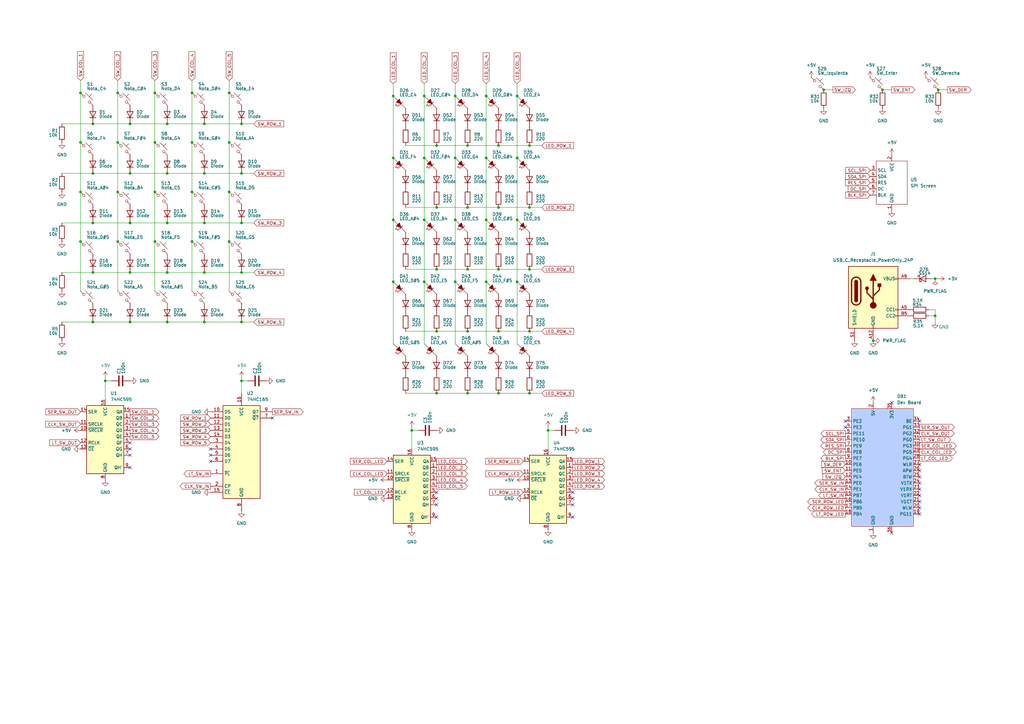
<source format=kicad_sch>
(kicad_sch (version 20250114) (generator "eeschema") (generator_version "9.0")
  (paper "A3")
  (junction (at 83.82 132.08))
  (junction (at 93.98 58.42))
  (junction (at 99.06 71.12))
  (junction (at 63.5 58.42))
  (junction (at 199.39 115.57))
  (junction (at 99.06 50.8))
  (junction (at 217.17 110.49))
  (junction (at 186.69 90.17))
  (junction (at 93.98 78.74))
  (junction (at 358.14 139.7))
  (junction (at 179.07 59.69))
  (junction (at 33.02 78.74))
  (junction (at 173.99 90.17))
  (junction (at 217.17 135.89))
  (junction (at 68.58 111.76))
  (junction (at 83.82 111.76))
  (junction (at 93.98 38.1))
  (junction (at 68.58 71.12))
  (junction (at 83.82 71.12))
  (junction (at 33.02 58.42))
  (junction (at 199.39 64.77))
  (junction (at 383.54 129.54))
  (junction (at 38.1 91.44))
  (junction (at 38.1 71.12))
  (junction (at 212.09 90.17))
  (junction (at 212.09 115.57))
  (junction (at 38.1 111.76))
  (junction (at 224.79 176.53))
  (junction (at 53.34 132.08))
  (junction (at 93.98 99.06))
  (junction (at 217.17 59.69))
  (junction (at 383.54 114.3))
  (junction (at 161.29 64.77))
  (junction (at 48.26 38.1))
  (junction (at 99.06 156.21))
  (junction (at 191.77 135.89))
  (junction (at 78.74 99.06))
  (junction (at 179.07 135.89))
  (junction (at 204.47 59.69))
  (junction (at 179.07 161.29))
  (junction (at 191.77 59.69))
  (junction (at 217.17 85.09))
  (junction (at 199.39 90.17))
  (junction (at 191.77 85.09))
  (junction (at 68.58 91.44))
  (junction (at 186.69 39.37))
  (junction (at 217.17 161.29))
  (junction (at 199.39 39.37))
  (junction (at 99.06 111.76))
  (junction (at 83.82 91.44))
  (junction (at 173.99 64.77))
  (junction (at 204.47 135.89))
  (junction (at 53.34 50.8))
  (junction (at 33.02 38.1))
  (junction (at 43.18 156.21))
  (junction (at 212.09 64.77))
  (junction (at 53.34 91.44))
  (junction (at 48.26 78.74))
  (junction (at 361.95 36.83))
  (junction (at 68.58 132.08))
  (junction (at 173.99 39.37))
  (junction (at 48.26 58.42))
  (junction (at 186.69 115.57))
  (junction (at 63.5 38.1))
  (junction (at 53.34 111.76))
  (junction (at 99.06 91.44))
  (junction (at 173.99 115.57))
  (junction (at 78.74 58.42))
  (junction (at 204.47 85.09))
  (junction (at 204.47 110.49))
  (junction (at 63.5 99.06))
  (junction (at 38.1 50.8))
  (junction (at 204.47 161.29))
  (junction (at 161.29 90.17))
  (junction (at 33.02 99.06))
  (junction (at 384.81 36.83))
  (junction (at 337.82 36.83))
  (junction (at 48.26 99.06))
  (junction (at 161.29 39.37))
  (junction (at 191.77 110.49))
  (junction (at 53.34 71.12))
  (junction (at 191.77 161.29))
  (junction (at 99.06 132.08))
  (junction (at 68.58 50.8))
  (junction (at 78.74 78.74))
  (junction (at 212.09 39.37))
  (junction (at 168.91 176.53))
  (junction (at 83.82 50.8))
  (junction (at 78.74 38.1))
  (junction (at 186.69 64.77))
  (junction (at 179.07 85.09))
  (junction (at 161.29 115.57))
  (junction (at 38.1 132.08))
  (junction (at 63.5 78.74))
  (junction (at 179.07 110.49))
  (no_connect (at 377.19 200.66))
  (no_connect (at 346.71 172.72))
  (no_connect (at 53.34 186.69))
  (no_connect (at 365.76 165.1))
  (no_connect (at 179.07 212.09))
  (no_connect (at 365.76 218.44))
  (no_connect (at 86.36 189.23))
  (no_connect (at 234.95 212.09))
  (no_connect (at 377.19 208.28))
  (no_connect (at 234.95 207.01))
  (no_connect (at 53.34 184.15))
  (no_connect (at 377.19 210.82))
  (no_connect (at 53.34 191.77))
  (no_connect (at 377.19 190.5))
  (no_connect (at 86.36 184.15))
  (no_connect (at 179.07 207.01))
  (no_connect (at 234.95 201.93))
  (no_connect (at 234.95 204.47))
  (no_connect (at 377.19 205.74))
  (no_connect (at 179.07 204.47))
  (no_connect (at 377.19 172.72))
  (no_connect (at 346.71 175.26))
  (no_connect (at 111.76 171.45))
  (no_connect (at 377.19 193.04))
  (no_connect (at 53.34 181.61))
  (no_connect (at 377.19 203.2))
  (no_connect (at 377.19 198.12))
  (no_connect (at 86.36 186.69))
  (no_connect (at 377.19 195.58))
  (no_connect (at 179.07 201.93))
  (wire (pts (xy 186.69 64.77) (xy 186.69 90.17)))
  (wire (pts (xy 99.06 156.21) (xy 99.06 161.29)))
  (wire (pts (xy 191.77 110.49) (xy 204.47 110.49)))
  (wire (pts (xy 381 129.54) (xy 383.54 129.54)))
  (wire (pts (xy 63.5 33.02) (xy 63.5 38.1)))
  (wire (pts (xy 199.39 90.17) (xy 199.39 115.57)))
  (wire (pts (xy 53.34 132.08) (xy 68.58 132.08)))
  (wire (pts (xy 168.91 176.53) (xy 171.45 176.53)))
  (wire (pts (xy 179.07 110.49) (xy 191.77 110.49)))
  (wire (pts (xy 33.02 78.74) (xy 33.02 99.06)))
  (wire (pts (xy 43.18 156.21) (xy 43.18 163.83)))
  (wire (pts (xy 173.99 34.29) (xy 173.99 39.37)))
  (wire (pts (xy 186.69 115.57) (xy 186.69 140.97)))
  (wire (pts (xy 168.91 175.26) (xy 168.91 176.53)))
  (wire (pts (xy 78.74 33.02) (xy 78.74 38.1)))
  (wire (pts (xy 38.1 71.12) (xy 53.34 71.12)))
  (wire (pts (xy 212.09 115.57) (xy 212.09 140.97)))
  (wire (pts (xy 68.58 111.76) (xy 83.82 111.76)))
  (wire (pts (xy 212.09 39.37) (xy 212.09 64.77)))
  (wire (pts (xy 191.77 85.09) (xy 204.47 85.09)))
  (wire (pts (xy 68.58 50.8) (xy 83.82 50.8)))
  (wire (pts (xy 25.4 111.76) (xy 38.1 111.76)))
  (wire (pts (xy 161.29 64.77) (xy 161.29 90.17)))
  (wire (pts (xy 179.07 135.89) (xy 191.77 135.89)))
  (wire (pts (xy 93.98 99.06) (xy 93.98 119.38)))
  (wire (pts (xy 68.58 91.44) (xy 83.82 91.44)))
  (wire (pts (xy 179.07 85.09) (xy 191.77 85.09)))
  (wire (pts (xy 217.17 161.29) (xy 222.25 161.29)))
  (wire (pts (xy 204.47 135.89) (xy 217.17 135.89)))
  (wire (pts (xy 48.26 33.02) (xy 48.26 38.1)))
  (wire (pts (xy 99.06 91.44) (xy 104.14 91.44)))
  (wire (pts (xy 25.4 50.8) (xy 38.1 50.8)))
  (wire (pts (xy 53.34 71.12) (xy 68.58 71.12)))
  (wire (pts (xy 191.77 161.29) (xy 204.47 161.29)))
  (wire (pts (xy 78.74 58.42) (xy 78.74 78.74)))
  (wire (pts (xy 68.58 71.12) (xy 83.82 71.12)))
  (wire (pts (xy 224.79 176.53) (xy 224.79 184.15)))
  (wire (pts (xy 186.69 34.29) (xy 186.69 39.37)))
  (wire (pts (xy 166.37 85.09) (xy 179.07 85.09)))
  (wire (pts (xy 382.27 114.3) (xy 383.54 114.3)))
  (wire (pts (xy 93.98 33.02) (xy 93.98 38.1)))
  (wire (pts (xy 53.34 91.44) (xy 68.58 91.44)))
  (wire (pts (xy 33.02 58.42) (xy 33.02 78.74)))
  (wire (pts (xy 383.54 129.54) (xy 383.54 132.08)))
  (wire (pts (xy 38.1 91.44) (xy 53.34 91.44)))
  (wire (pts (xy 63.5 58.42) (xy 63.5 78.74)))
  (wire (pts (xy 78.74 99.06) (xy 78.74 119.38)))
  (wire (pts (xy 186.69 39.37) (xy 186.69 64.77)))
  (wire (pts (xy 161.29 90.17) (xy 161.29 115.57)))
  (wire (pts (xy 217.17 135.89) (xy 222.25 135.89)))
  (wire (pts (xy 48.26 78.74) (xy 48.26 99.06)))
  (wire (pts (xy 33.02 38.1) (xy 33.02 58.42)))
  (wire (pts (xy 337.82 36.83) (xy 341.63 36.83)))
  (wire (pts (xy 217.17 85.09) (xy 222.25 85.09)))
  (wire (pts (xy 99.06 132.08) (xy 104.14 132.08)))
  (wire (pts (xy 38.1 50.8) (xy 53.34 50.8)))
  (wire (pts (xy 25.4 71.12) (xy 38.1 71.12)))
  (wire (pts (xy 83.82 132.08) (xy 99.06 132.08)))
  (wire (pts (xy 93.98 38.1) (xy 93.98 58.42)))
  (wire (pts (xy 99.06 71.12) (xy 104.14 71.12)))
  (wire (pts (xy 166.37 135.89) (xy 179.07 135.89)))
  (wire (pts (xy 161.29 115.57) (xy 161.29 140.97)))
  (wire (pts (xy 212.09 90.17) (xy 212.09 115.57)))
  (wire (pts (xy 199.39 34.29) (xy 199.39 39.37)))
  (wire (pts (xy 161.29 39.37) (xy 161.29 64.77)))
  (wire (pts (xy 361.95 36.83) (xy 365.76 36.83)))
  (wire (pts (xy 204.47 110.49) (xy 217.17 110.49)))
  (wire (pts (xy 99.06 50.8) (xy 104.14 50.8)))
  (wire (pts (xy 99.06 156.21) (xy 101.6 156.21)))
  (wire (pts (xy 191.77 135.89) (xy 204.47 135.89)))
  (wire (pts (xy 25.4 91.44) (xy 38.1 91.44)))
  (wire (pts (xy 199.39 115.57) (xy 199.39 140.97)))
  (wire (pts (xy 179.07 59.69) (xy 191.77 59.69)))
  (wire (pts (xy 93.98 78.74) (xy 93.98 99.06)))
  (wire (pts (xy 83.82 91.44) (xy 99.06 91.44)))
  (wire (pts (xy 166.37 59.69) (xy 179.07 59.69)))
  (wire (pts (xy 63.5 99.06) (xy 63.5 119.38)))
  (wire (pts (xy 217.17 59.69) (xy 222.25 59.69)))
  (wire (pts (xy 217.17 110.49) (xy 222.25 110.49)))
  (wire (pts (xy 166.37 161.29) (xy 179.07 161.29)))
  (wire (pts (xy 38.1 132.08) (xy 53.34 132.08)))
  (wire (pts (xy 83.82 111.76) (xy 99.06 111.76)))
  (wire (pts (xy 204.47 161.29) (xy 217.17 161.29)))
  (wire (pts (xy 161.29 34.29) (xy 161.29 39.37)))
  (wire (pts (xy 191.77 59.69) (xy 204.47 59.69)))
  (wire (pts (xy 78.74 38.1) (xy 78.74 58.42)))
  (wire (pts (xy 212.09 34.29) (xy 212.09 39.37)))
  (wire (pts (xy 173.99 90.17) (xy 173.99 115.57)))
  (wire (pts (xy 83.82 50.8) (xy 99.06 50.8)))
  (wire (pts (xy 212.09 64.77) (xy 212.09 90.17)))
  (wire (pts (xy 48.26 99.06) (xy 48.26 119.38)))
  (wire (pts (xy 224.79 175.26) (xy 224.79 176.53)))
  (wire (pts (xy 166.37 110.49) (xy 179.07 110.49)))
  (wire (pts (xy 63.5 38.1) (xy 63.5 58.42)))
  (wire (pts (xy 83.82 71.12) (xy 99.06 71.12)))
  (wire (pts (xy 204.47 85.09) (xy 217.17 85.09)))
  (wire (pts (xy 38.1 111.76) (xy 53.34 111.76)))
  (wire (pts (xy 168.91 176.53) (xy 168.91 184.15)))
  (wire (pts (xy 204.47 59.69) (xy 217.17 59.69)))
  (wire (pts (xy 383.54 127) (xy 383.54 129.54)))
  (wire (pts (xy 33.02 99.06) (xy 33.02 119.38)))
  (wire (pts (xy 25.4 132.08) (xy 38.1 132.08)))
  (wire (pts (xy 173.99 39.37) (xy 173.99 64.77)))
  (wire (pts (xy 179.07 161.29) (xy 191.77 161.29)))
  (wire (pts (xy 374.65 114.3) (xy 373.38 114.3)))
  (wire (pts (xy 173.99 64.77) (xy 173.99 90.17)))
  (wire (pts (xy 68.58 132.08) (xy 83.82 132.08)))
  (wire (pts (xy 173.99 115.57) (xy 173.99 140.97)))
  (wire (pts (xy 99.06 154.94) (xy 99.06 156.21)))
  (wire (pts (xy 78.74 78.74) (xy 78.74 99.06)))
  (wire (pts (xy 384.81 36.83) (xy 388.62 36.83)))
  (wire (pts (xy 48.26 38.1) (xy 48.26 58.42)))
  (wire (pts (xy 53.34 111.76) (xy 68.58 111.76)))
  (wire (pts (xy 224.79 176.53) (xy 227.33 176.53)))
  (wire (pts (xy 93.98 58.42) (xy 93.98 78.74)))
  (wire (pts (xy 199.39 64.77) (xy 199.39 90.17)))
  (wire (pts (xy 381 127) (xy 383.54 127)))
  (wire (pts (xy 53.34 50.8) (xy 68.58 50.8)))
  (wire (pts (xy 99.06 111.76) (xy 104.14 111.76)))
  (wire (pts (xy 43.18 154.94) (xy 43.18 156.21)))
  (wire (pts (xy 48.26 58.42) (xy 48.26 78.74)))
  (wire (pts (xy 199.39 39.37) (xy 199.39 64.77)))
  (wire (pts (xy 383.54 114.3) (xy 384.81 114.3)))
  (wire (pts (xy 33.02 33.02) (xy 33.02 38.1)))
  (wire (pts (xy 43.18 156.21) (xy 45.72 156.21)))
  (wire (pts (xy 63.5 78.74) (xy 63.5 99.06)))
  (wire (pts (xy 186.69 90.17) (xy 186.69 115.57)))
  (global_label "SCL_SPI" (shape output) (at 346.71 177.8 180) (property "Intersheetrefs" "${INTERSHEET_REFS}" (effects (hide yes))))
  (global_label "LED_COL_5" (shape input) (at 212.09 34.29 90) (property "Intersheetrefs" "${INTERSHEET_REFS}" (effects (hide yes))))
  (global_label "LED_ROW_1" (shape input) (at 222.25 59.69 0) (property "Intersheetrefs" "${INTERSHEET_REFS}" (effects (hide yes))))
  (global_label "SW_COL_5" (shape input) (at 93.98 33.02 90) (property "Intersheetrefs" "${INTERSHEET_REFS}" (effects (hide yes))))
  (global_label "SW_ROW_2" (shape input) (at 86.36 173.99 180) (property "Intersheetrefs" "${INTERSHEET_REFS}" (effects (hide yes))))
  (global_label "LED_COL_2" (shape output) (at 179.07 191.77 0) (property "Intersheetrefs" "${INTERSHEET_REFS}" (effects (hide yes))))
  (global_label "SW_DER" (shape input) (at 346.71 190.5 180) (property "Intersheetrefs" "${INTERSHEET_REFS}" (effects (hide yes))))
  (global_label "LED_COL_3" (shape output) (at 179.07 194.31 0) (property "Intersheetrefs" "${INTERSHEET_REFS}" (effects (hide yes))))
  (global_label "BLK_SPI" (shape output) (at 346.71 187.96 180) (property "Intersheetrefs" "${INTERSHEET_REFS}" (effects (hide yes))))
  (global_label "LT_SW_IN" (shape output) (at 346.71 203.2 180) (property "Intersheetrefs" "${INTERSHEET_REFS}" (effects (hide yes))))
  (global_label "LT_ROW_LED" (shape output) (at 346.71 210.82 180) (property "Intersheetrefs" "${INTERSHEET_REFS}" (effects (hide yes))))
  (global_label "SER_COL_LED" (shape input) (at 158.75 189.23 180) (property "Intersheetrefs" "${INTERSHEET_REFS}" (effects (hide yes))))
  (global_label "DC_SPI" (shape input) (at 356.87 77.47 180) (property "Intersheetrefs" "${INTERSHEET_REFS}" (effects (hide yes))))
  (global_label "LT_SW_IN" (shape output) (at 86.36 194.31 180) (property "Intersheetrefs" "${INTERSHEET_REFS}" (effects (hide yes))))
  (global_label "SW_COL_1" (shape input) (at 33.02 33.02 90) (property "Intersheetrefs" "${INTERSHEET_REFS}" (effects (hide yes))))
  (global_label "SW_COL_3" (shape output) (at 53.34 173.99 0) (property "Intersheetrefs" "${INTERSHEET_REFS}" (effects (hide yes))))
  (global_label "LED_COL_1" (shape input) (at 161.29 34.29 90) (property "Intersheetrefs" "${INTERSHEET_REFS}" (effects (hide yes))))
  (global_label "LT_SW_OUT" (shape input) (at 33.02 181.61 180) (property "Intersheetrefs" "${INTERSHEET_REFS}" (effects (hide yes))))
  (global_label "LED_ROW_5" (shape output) (at 234.95 199.39 0) (property "Intersheetrefs" "${INTERSHEET_REFS}" (effects (hide yes))))
  (global_label "LED_ROW_2" (shape input) (at 222.25 85.09 0) (property "Intersheetrefs" "${INTERSHEET_REFS}" (effects (hide yes))))
  (global_label "SER_SW_OUT" (shape input) (at 33.02 168.91 180) (property "Intersheetrefs" "${INTERSHEET_REFS}" (effects (hide yes))))
  (global_label "SW_ROW_2" (shape input) (at 104.14 71.12 0) (property "Intersheetrefs" "${INTERSHEET_REFS}" (effects (hide yes))))
  (global_label "LED_COL_2" (shape input) (at 173.99 34.29 90) (property "Intersheetrefs" "${INTERSHEET_REFS}" (effects (hide yes))))
  (global_label "SER_ROW_LED" (shape input) (at 214.63 189.23 180) (property "Intersheetrefs" "${INTERSHEET_REFS}" (effects (hide yes))))
  (global_label "LED_COL_3" (shape input) (at 186.69 34.29 90) (property "Intersheetrefs" "${INTERSHEET_REFS}" (effects (hide yes))))
  (global_label "SER_COL_LED" (shape output) (at 377.19 182.88 0) (property "Intersheetrefs" "${INTERSHEET_REFS}" (effects (hide yes))))
  (global_label "SW_COL_3" (shape input) (at 63.5 33.02 90) (property "Intersheetrefs" "${INTERSHEET_REFS}" (effects (hide yes))))
  (global_label "CLK_SW_OUT" (shape output) (at 377.19 177.8 0) (property "Intersheetrefs" "${INTERSHEET_REFS}" (effects (hide yes))))
  (global_label "DC_SPI" (shape output) (at 346.71 185.42 180) (property "Intersheetrefs" "${INTERSHEET_REFS}" (effects (hide yes))))
  (global_label "CLK_SW_IN" (shape output) (at 86.36 199.39 180) (property "Intersheetrefs" "${INTERSHEET_REFS}" (effects (hide yes))))
  (global_label "LED_COL_4" (shape output) (at 179.07 196.85 0) (property "Intersheetrefs" "${INTERSHEET_REFS}" (effects (hide yes))))
  (global_label "SER_SW_IN" (shape output) (at 111.76 168.91 0) (property "Intersheetrefs" "${INTERSHEET_REFS}" (effects (hide yes))))
  (global_label "SW_ROW_3" (shape input) (at 104.14 91.44 0) (property "Intersheetrefs" "${INTERSHEET_REFS}" (effects (hide yes))))
  (global_label "CLK_SW_IN" (shape output) (at 346.71 200.66 180) (property "Intersheetrefs" "${INTERSHEET_REFS}" (effects (hide yes))))
  (global_label "SW_ROW_3" (shape input) (at 86.36 176.53 180) (property "Intersheetrefs" "${INTERSHEET_REFS}" (effects (hide yes))))
  (global_label "LED_ROW_3" (shape input) (at 222.25 110.49 0) (property "Intersheetrefs" "${INTERSHEET_REFS}" (effects (hide yes))))
  (global_label "SDA_SPI" (shape input) (at 356.87 72.39 180) (property "Intersheetrefs" "${INTERSHEET_REFS}" (effects (hide yes))))
  (global_label "LT_SW_OUT" (shape output) (at 377.19 180.34 0) (property "Intersheetrefs" "${INTERSHEET_REFS}" (effects (hide yes))))
  (global_label "CLK_COL_LED" (shape input) (at 158.75 194.31 180) (property "Intersheetrefs" "${INTERSHEET_REFS}" (effects (hide yes))))
  (global_label "SW_IZQ" (shape output) (at 341.63 36.83 0) (property "Intersheetrefs" "${INTERSHEET_REFS}" (effects (hide yes))))
  (global_label "LED_ROW_4" (shape input) (at 222.25 135.89 0) (property "Intersheetrefs" "${INTERSHEET_REFS}" (effects (hide yes))))
  (global_label "CLK_SW_OUT" (shape input) (at 33.02 173.99 180) (property "Intersheetrefs" "${INTERSHEET_REFS}" (effects (hide yes))))
  (global_label "SW_ROW_5" (shape input) (at 104.14 132.08 0) (property "Intersheetrefs" "${INTERSHEET_REFS}" (effects (hide yes))))
  (global_label "LED_ROW_1" (shape output) (at 234.95 189.23 0) (property "Intersheetrefs" "${INTERSHEET_REFS}" (effects (hide yes))))
  (global_label "RES_SPI" (shape input) (at 356.87 74.93 180) (property "Intersheetrefs" "${INTERSHEET_REFS}" (effects (hide yes))))
  (global_label "SW_IZQ" (shape input) (at 346.71 195.58 180) (property "Intersheetrefs" "${INTERSHEET_REFS}" (effects (hide yes))))
  (global_label "RES_SPI" (shape output) (at 346.71 182.88 180) (property "Intersheetrefs" "${INTERSHEET_REFS}" (effects (hide yes))))
  (global_label "SW_COL_2" (shape input) (at 48.26 33.02 90) (property "Intersheetrefs" "${INTERSHEET_REFS}" (effects (hide yes))))
  (global_label "SDA_SPI" (shape output) (at 346.71 180.34 180) (property "Intersheetrefs" "${INTERSHEET_REFS}" (effects (hide yes))))
  (global_label "SER_SW_OUT" (shape output) (at 377.19 175.26 0) (property "Intersheetrefs" "${INTERSHEET_REFS}" (effects (hide yes))))
  (global_label "SW_ENT" (shape input) (at 346.71 193.04 180) (property "Intersheetrefs" "${INTERSHEET_REFS}" (effects (hide yes))))
  (global_label "LED_ROW_4" (shape output) (at 234.95 196.85 0) (property "Intersheetrefs" "${INTERSHEET_REFS}" (effects (hide yes))))
  (global_label "SW_ENT" (shape output) (at 365.76 36.83 0) (property "Intersheetrefs" "${INTERSHEET_REFS}" (effects (hide yes))))
  (global_label "SW_ROW_1" (shape input) (at 86.36 171.45 180) (property "Intersheetrefs" "${INTERSHEET_REFS}" (effects (hide yes))))
  (global_label "SW_ROW_4" (shape input) (at 104.14 111.76 0) (property "Intersheetrefs" "${INTERSHEET_REFS}" (effects (hide yes))))
  (global_label "LED_COL_5" (shape output) (at 179.07 199.39 0) (property "Intersheetrefs" "${INTERSHEET_REFS}" (effects (hide yes))))
  (global_label "LT_COL_LED" (shape output) (at 377.19 187.96 0) (property "Intersheetrefs" "${INTERSHEET_REFS}" (effects (hide yes))))
  (global_label "CLK_ROW_LED" (shape input) (at 214.63 194.31 180) (property "Intersheetrefs" "${INTERSHEET_REFS}" (effects (hide yes))))
  (global_label "CLK_ROW_LED" (shape output) (at 346.71 208.28 180) (property "Intersheetrefs" "${INTERSHEET_REFS}" (effects (hide yes))))
  (global_label "SER_ROW_LED" (shape output) (at 346.71 205.74 180) (property "Intersheetrefs" "${INTERSHEET_REFS}" (effects (hide yes))))
  (global_label "SW_ROW_5" (shape input) (at 86.36 181.61 180) (property "Intersheetrefs" "${INTERSHEET_REFS}" (effects (hide yes))))
  (global_label "SW_COL_4" (shape input) (at 78.74 33.02 90) (property "Intersheetrefs" "${INTERSHEET_REFS}" (effects (hide yes))))
  (global_label "LED_ROW_2" (shape output) (at 234.95 191.77 0) (property "Intersheetrefs" "${INTERSHEET_REFS}" (effects (hide yes))))
  (global_label "SCL_SPI" (shape input) (at 356.87 69.85 180) (property "Intersheetrefs" "${INTERSHEET_REFS}" (effects (hide yes))))
  (global_label "LED_COL_4" (shape input) (at 199.39 34.29 90) (property "Intersheetrefs" "${INTERSHEET_REFS}" (effects (hide yes))))
  (global_label "LED_ROW_3" (shape output) (at 234.95 194.31 0) (property "Intersheetrefs" "${INTERSHEET_REFS}" (effects (hide yes))))
  (global_label "SW_DER" (shape output) (at 388.62 36.83 0) (property "Intersheetrefs" "${INTERSHEET_REFS}" (effects (hide yes))))
  (global_label "CLK_COL_LED" (shape output) (at 377.19 185.42 0) (property "Intersheetrefs" "${INTERSHEET_REFS}" (effects (hide yes))))
  (global_label "SW_ROW_4" (shape input) (at 86.36 179.07 180) (property "Intersheetrefs" "${INTERSHEET_REFS}" (effects (hide yes))))
  (global_label "LT_COL_LED" (shape input) (at 158.75 201.93 180) (property "Intersheetrefs" "${INTERSHEET_REFS}" (effects (hide yes))))
  (global_label "LED_COL_1" (shape output) (at 179.07 189.23 0) (property "Intersheetrefs" "${INTERSHEET_REFS}" (effects (hide yes))))
  (global_label "BLK_SPI" (shape input) (at 356.87 80.01 180) (property "Intersheetrefs" "${INTERSHEET_REFS}" (effects (hide yes))))
  (global_label "SW_COL_1" (shape output) (at 53.34 168.91 0) (property "Intersheetrefs" "${INTERSHEET_REFS}" (effects (hide yes))))
  (global_label "SW_COL_2" (shape output) (at 53.34 171.45 0) (property "Intersheetrefs" "${INTERSHEET_REFS}" (effects (hide yes))))
  (global_label "SW_ROW_1" (shape input) (at 104.14 50.8 0) (property "Intersheetrefs" "${INTERSHEET_REFS}" (effects (hide yes))))
  (global_label "SW_COL_4" (shape output) (at 53.34 176.53 0) (property "Intersheetrefs" "${INTERSHEET_REFS}" (effects (hide yes))))
  (global_label "SER_SW_IN" (shape output) (at 346.71 198.12 180) (property "Intersheetrefs" "${INTERSHEET_REFS}" (effects (hide yes))))
  (global_label "SW_COL_5" (shape output) (at 53.34 179.07 0) (property "Intersheetrefs" "${INTERSHEET_REFS}" (effects (hide yes))))
  (global_label "LT_ROW_LED" (shape input) (at 214.63 201.93 180) (property "Intersheetrefs" "${INTERSHEET_REFS}" (effects (hide yes))))
  (global_label "LED_ROW_5" (shape input) (at 222.25 161.29 0) (property "Intersheetrefs" "${INTERSHEET_REFS}" (effects (hide yes))))
  (symbol (lib_id "power:+5V") (at 158.75 196.85 90) (unit 1)
    (property "Reference" "#PWR08" (effects (hide yes)))
    (property "Value" "+5V" (at 154.94 196.8499 90) (effects (justify left)))
    (property "Description" "Power symbol creates a global label with name \"+5V\"" (effects (hide yes)))
  )
  (symbol (lib_id "ScottoKeebs:Placeholder_Keyswitch") (at 96.52 40.64 0) (unit 1)
    (property "Reference" "S5" (at 96.52 34.544 0) (effects (justify left)))
    (property "Value" "Nota_E4" (at 96.52 36.322 0) (effects (justify left)))
    (property "Footprint" "ScottoKeebs_MX:MX_PCB_1.00u" (effects (hide yes)))
    (property "Description" "Push button switch, normally open, two pins, 45° tilted" (effects (hide yes)))
  )
  (symbol (lib_id "ScottoKeebs:Placeholder_Diode") (at 53.34 128.27 90) (unit 1)
    (property "Reference" "D22" (at 55.88 127.254 90) (effects (justify right)))
    (property "Value" "Diode" (at 55.88 129.032 90) (effects (justify right)))
    (property "Footprint" "ScottoKeebs_Components:Diode_DO-35" (effects (hide yes)))
    (property "Description" "1N4148 (DO-35) or 1N4148W (SOD-123)" (effects (hide yes)))
    (property "Sim.Device" "D" (effects (hide yes)))
    (property "Sim.Pins" "1=K 2=A" (effects (hide yes)))
  )
  (symbol (lib_id "ScottoKeebs:Placeholder_Diode") (at 179.07 48.26 90) (unit 1)
    (property "Reference" "D52" (at 181.61 47.244 90) (effects (justify right)))
    (property "Value" "Diode" (at 181.61 49.022 90) (effects (justify right)))
    (property "Footprint" "ScottoKeebs_Components:Diode_DO-35" (effects (hide yes)))
    (property "Description" "1N4148 (DO-35) or 1N4148W (SOD-123)" (effects (hide yes)))
    (property "Sim.Device" "D" (effects (hide yes)))
    (property "Sim.Pins" "1=K 2=A" (effects (hide yes)))
  )
  (symbol (lib_id "ScottoKeebs:Placeholder_Diode") (at 38.1 87.63 90) (unit 1)
    (property "Reference" "D11" (at 40.64 86.614 90) (effects (justify right)))
    (property "Value" "Diode" (at 40.64 88.392 90) (effects (justify right)))
    (property "Footprint" "ScottoKeebs_Components:Diode_DO-35" (effects (hide yes)))
    (property "Description" "1N4148 (DO-35) or 1N4148W (SOD-123)" (effects (hide yes)))
    (property "Sim.Device" "D" (effects (hide yes)))
    (property "Sim.Pins" "1=K 2=A" (effects (hide yes)))
  )
  (symbol (lib_id "Device:R") (at 377.19 129.54 270) (unit 1)
    (property "Reference" "R35" (at 376.428 131.826 90))
    (property "Value" "5.1K" (at 376.682 133.604 90))
    (property "Footprint" "Resistor_THT:R_Axial_DIN0204_L3.6mm_D1.6mm_P7.62mm_Horizontal" (effects (hide yes)))
    (property "Description" "Resistor" (effects (hide yes)))
  )
  (symbol (lib_id "ScottoKeebs:Placeholder_Diode") (at 191.77 73.66 90) (unit 1)
    (property "Reference" "D58" (at 194.31 72.644 90) (effects (justify right)))
    (property "Value" "Diode" (at 194.31 74.422 90) (effects (justify right)))
    (property "Footprint" "ScottoKeebs_Components:Diode_DO-35" (effects (hide yes)))
    (property "Description" "1N4148 (DO-35) or 1N4148W (SOD-123)" (effects (hide yes)))
    (property "Sim.Device" "D" (effects (hide yes)))
    (property "Sim.Pins" "1=K 2=A" (effects (hide yes)))
  )
  (symbol (lib_id "Device:R") (at 337.82 40.64 180) (unit 1)
    (property "Reference" "R31" (at 336.296 39.624 0) (effects (justify left)))
    (property "Value" "10k" (at 336.042 41.402 0) (effects (justify left)))
    (property "Footprint" "Resistor_THT:R_Axial_DIN0204_L3.6mm_D1.6mm_P7.62mm_Horizontal" (effects (hide yes)))
    (property "Description" "Resistor" (effects (hide yes)))
  )
  (symbol (lib_id "Device:C") (at 231.14 176.53 90) (unit 1)
    (property "Reference" "C4" (at 230.378 173.736 0) (effects (justify left)))
    (property "Value" "100n" (at 232.156 173.736 0) (effects (justify left)))
    (property "Footprint" "Capacitor_THT:CP_Radial_D8.0mm_P3.50mm" (effects (hide yes)))
    (property "Description" "Unpolarized capacitor" (effects (hide yes)))
  )
  (symbol (lib_id "ScottoKeebs:Placeholder_Diode") (at 179.07 124.46 90) (unit 1)
    (property "Reference" "D67" (at 181.61 123.444 90) (effects (justify right)))
    (property "Value" "Diode" (at 181.61 125.222 90) (effects (justify right)))
    (property "Footprint" "ScottoKeebs_Components:Diode_DO-35" (effects (hide yes)))
    (property "Description" "1N4148 (DO-35) or 1N4148W (SOD-123)" (effects (hide yes)))
    (property "Sim.Device" "D" (effects (hide yes)))
    (property "Sim.Pins" "1=K 2=A" (effects (hide yes)))
  )
  (symbol (lib_id "power:GND") (at 109.22 156.21 90) (unit 1)
    (property "Reference" "#PWR027" (effects (hide yes)))
    (property "Value" "GND" (at 113.03 156.2099 90) (effects (justify right)))
    (property "Description" "Power symbol creates a global label with name \"GND\" , ground" (effects (hide yes)))
  )
  (symbol (lib_id "Device:R") (at 179.07 132.08 0) (unit 1)
    (property "Reference" "R22" (at 181.61 131.318 0) (effects (justify left)))
    (property "Value" "220" (at 181.61 133.096 0) (effects (justify left)))
    (property "Footprint" "Resistor_THT:R_Axial_DIN0204_L3.6mm_D1.6mm_P7.62mm_Horizontal" (effects (hide yes)))
    (property "Description" "Resistor" (effects (hide yes)))
  )
  (symbol (lib_id "ScottoKeebs:Placeholder_Diode") (at 179.07 149.86 90) (unit 1)
    (property "Reference" "D72" (at 181.61 148.844 90) (effects (justify right)))
    (property "Value" "Diode" (at 181.61 150.622 90) (effects (justify right)))
    (property "Footprint" "ScottoKeebs_Components:Diode_DO-35" (effects (hide yes)))
    (property "Description" "1N4148 (DO-35) or 1N4148W (SOD-123)" (effects (hide yes)))
    (property "Sim.Device" "D" (effects (hide yes)))
    (property "Sim.Pins" "1=K 2=A" (effects (hide yes)))
  )
  (symbol (lib_id "Device:LED_45deg_Filled") (at 176.53 67.31 0) (unit 1)
    (property "Reference" "D32" (at 176.53 62.484 0) (effects (justify left)))
    (property "Value" "LED_F#4" (at 176.53 64.262 0) (effects (justify left)))
    (property "Footprint" "LED_THT:LED_D3.0mm" (effects (hide yes)))
    (property "Description" "Light emitting diode, rotated by 45°" (effects (hide yes)))
    (property "Sim.Pins" "1=K 2=A" (effects (hide yes)))
  )
  (symbol (lib_id "ScottoKeebs:Placeholder_Keyswitch") (at 96.52 101.6 0) (unit 1)
    (property "Reference" "S20" (at 96.52 95.504 0) (effects (justify left)))
    (property "Value" "Nota_G5" (at 96.52 97.282 0) (effects (justify left)))
    (property "Footprint" "ScottoKeebs_MX:MX_PCB_1.00u" (effects (hide yes)))
    (property "Description" "Push button switch, normally open, two pins, 45° tilted" (effects (hide yes)))
  )
  (symbol (lib_id "ScottoKeebs:Placeholder_Diode") (at 99.06 67.31 90) (unit 1)
    (property "Reference" "D10" (at 101.6 66.294 90) (effects (justify right)))
    (property "Value" "Diode" (at 101.6 68.072 90) (effects (justify right)))
    (property "Footprint" "ScottoKeebs_Components:Diode_DO-35" (effects (hide yes)))
    (property "Description" "1N4148 (DO-35) or 1N4148W (SOD-123)" (effects (hide yes)))
    (property "Sim.Device" "D" (effects (hide yes)))
    (property "Sim.Pins" "1=K 2=A" (effects (hide yes)))
  )
  (symbol (lib_id "ScottoKeebs:Placeholder_Diode") (at 166.37 124.46 90) (unit 1)
    (property "Reference" "D66" (at 168.91 123.444 90) (effects (justify right)))
    (property "Value" "Diode" (at 168.91 125.222 90) (effects (justify right)))
    (property "Footprint" "ScottoKeebs_Components:Diode_DO-35" (effects (hide yes)))
    (property "Description" "1N4148 (DO-35) or 1N4148W (SOD-123)" (effects (hide yes)))
    (property "Sim.Device" "D" (effects (hide yes)))
    (property "Sim.Pins" "1=K 2=A" (effects (hide yes)))
  )
  (symbol (lib_id "ScottoKeebs:Placeholder_Keyswitch") (at 50.8 101.6 0) (unit 1)
    (property "Reference" "S17" (at 50.8 95.504 0) (effects (justify left)))
    (property "Value" "Nota_E5" (at 50.8 97.282 0) (effects (justify left)))
    (property "Footprint" "ScottoKeebs_MX:MX_PCB_1.00u" (effects (hide yes)))
    (property "Description" "Push button switch, normally open, two pins, 45° tilted" (effects (hide yes)))
  )
  (symbol (lib_id "Device:R") (at 204.47 55.88 0) (unit 1)
    (property "Reference" "R9" (at 207.01 55.118 0) (effects (justify left)))
    (property "Value" "220" (at 207.01 56.896 0) (effects (justify left)))
    (property "Footprint" "Resistor_THT:R_Axial_DIN0204_L3.6mm_D1.6mm_P7.62mm_Horizontal" (effects (hide yes)))
    (property "Description" "Resistor" (effects (hide yes)))
  )
  (symbol (lib_id "Device:LED_45deg_Filled") (at 201.93 92.71 0) (unit 1)
    (property "Reference" "D39" (at 201.93 87.884 0) (effects (justify left)))
    (property "Value" "LED_C#5" (at 201.93 89.662 0) (effects (justify left)))
    (property "Footprint" "LED_THT:LED_D3.0mm" (effects (hide yes)))
    (property "Description" "Light emitting diode, rotated by 45°" (effects (hide yes)))
    (property "Sim.Pins" "1=K 2=A" (effects (hide yes)))
  )
  (symbol (lib_id "power:GND") (at 86.36 201.93 270) (unit 1)
    (property "Reference" "#PWR022" (effects (hide yes)))
    (property "Value" "GND" (at 82.55 201.9299 90) (effects (justify right)))
    (property "Description" "Power symbol creates a global label with name \"GND\" , ground" (effects (hide yes)))
  )
  (symbol (lib_id "Device:R") (at 166.37 55.88 0) (unit 1)
    (property "Reference" "R6" (at 168.91 55.118 0) (effects (justify left)))
    (property "Value" "220" (at 168.91 56.896 0) (effects (justify left)))
    (property "Footprint" "Resistor_THT:R_Axial_DIN0204_L3.6mm_D1.6mm_P7.62mm_Horizontal" (effects (hide yes)))
    (property "Description" "Resistor" (effects (hide yes)))
  )
  (symbol (lib_id "ScottoKeebs:Placeholder_Keyswitch") (at 96.52 60.96 0) (unit 1)
    (property "Reference" "S10" (at 96.52 54.864 0) (effects (justify left)))
    (property "Value" "Nota_A4" (at 96.52 56.642 0) (effects (justify left)))
    (property "Footprint" "ScottoKeebs_MX:MX_PCB_1.00u" (effects (hide yes)))
    (property "Description" "Push button switch, normally open, two pins, 45° tilted" (effects (hide yes)))
  )
  (symbol (lib_id "ScottoKeebs:Placeholder_Diode") (at 217.17 124.46 90) (unit 1)
    (property "Reference" "D70" (at 219.71 123.444 90) (effects (justify right)))
    (property "Value" "Diode" (at 219.71 125.222 90) (effects (justify right)))
    (property "Footprint" "ScottoKeebs_Components:Diode_DO-35" (effects (hide yes)))
    (property "Description" "1N4148 (DO-35) or 1N4148W (SOD-123)" (effects (hide yes)))
    (property "Sim.Device" "D" (effects (hide yes)))
    (property "Sim.Pins" "1=K 2=A" (effects (hide yes)))
  )
  (symbol (lib_id "Device:R") (at 166.37 132.08 0) (unit 1)
    (property "Reference" "R21" (at 168.91 131.318 0) (effects (justify left)))
    (property "Value" "220" (at 168.91 133.096 0) (effects (justify left)))
    (property "Footprint" "Resistor_THT:R_Axial_DIN0204_L3.6mm_D1.6mm_P7.62mm_Horizontal" (effects (hide yes)))
    (property "Description" "Resistor" (effects (hide yes)))
  )
  (symbol (lib_id "Device:R") (at 204.47 132.08 0) (unit 1)
    (property "Reference" "R24" (at 207.01 131.318 0) (effects (justify left)))
    (property "Value" "220" (at 207.01 133.096 0) (effects (justify left)))
    (property "Footprint" "Resistor_THT:R_Axial_DIN0204_L3.6mm_D1.6mm_P7.62mm_Horizontal" (effects (hide yes)))
    (property "Description" "Resistor" (effects (hide yes)))
  )
  (symbol (lib_id "ScottoKeebs:Placeholder_Diode") (at 83.82 107.95 90) (unit 1)
    (property "Reference" "D19" (at 86.36 106.934 90) (effects (justify right)))
    (property "Value" "Diode" (at 86.36 108.712 90) (effects (justify right)))
    (property "Footprint" "ScottoKeebs_Components:Diode_DO-35" (effects (hide yes)))
    (property "Description" "1N4148 (DO-35) or 1N4148W (SOD-123)" (effects (hide yes)))
    (property "Sim.Device" "D" (effects (hide yes)))
    (property "Sim.Pins" "1=K 2=A" (effects (hide yes)))
  )
  (symbol (lib_id "ScottoKeebs:Placeholder_Diode") (at 204.47 48.26 90) (unit 1)
    (property "Reference" "D54" (at 207.01 47.244 90) (effects (justify right)))
    (property "Value" "Diode" (at 207.01 49.022 90) (effects (justify right)))
    (property "Footprint" "ScottoKeebs_Components:Diode_DO-35" (effects (hide yes)))
    (property "Description" "1N4148 (DO-35) or 1N4148W (SOD-123)" (effects (hide yes)))
    (property "Sim.Device" "D" (effects (hide yes)))
    (property "Sim.Pins" "1=K 2=A" (effects (hide yes)))
  )
  (symbol (lib_id "Device:C") (at 175.26 176.53 90) (unit 1)
    (property "Reference" "C3" (at 174.498 173.736 0) (effects (justify left)))
    (property "Value" "100n" (at 176.276 173.736 0) (effects (justify left)))
    (property "Footprint" "Capacitor_THT:CP_Radial_D8.0mm_P3.50mm" (effects (hide yes)))
    (property "Description" "Unpolarized capacitor" (effects (hide yes)))
  )
  (symbol (lib_id "ScottoKeebs:Placeholder_Diode") (at 68.58 67.31 90) (unit 1)
    (property "Reference" "D8" (at 71.12 66.294 90) (effects (justify right)))
    (property "Value" "Diode" (at 71.12 68.072 90) (effects (justify right)))
    (property "Footprint" "ScottoKeebs_Components:Diode_DO-35" (effects (hide yes)))
    (property "Description" "1N4148 (DO-35) or 1N4148W (SOD-123)" (effects (hide yes)))
    (property "Sim.Device" "D" (effects (hide yes)))
    (property "Sim.Pins" "1=K 2=A" (effects (hide yes)))
  )
  (symbol (lib_id "Device:R") (at 384.81 40.64 180) (unit 1)
    (property "Reference" "R33" (at 383.286 39.624 0) (effects (justify left)))
    (property "Value" "10k" (at 383.032 41.402 0) (effects (justify left)))
    (property "Footprint" "Resistor_THT:R_Axial_DIN0204_L3.6mm_D1.6mm_P7.62mm_Horizontal" (effects (hide yes)))
    (property "Description" "Resistor" (effects (hide yes)))
  )
  (symbol (lib_id "Device:LED_45deg_Filled") (at 176.53 41.91 0) (unit 1)
    (property "Reference" "D27" (at 176.53 37.084 0) (effects (justify left)))
    (property "Value" "LED_C#4" (at 176.53 38.862 0) (effects (justify left)))
    (property "Footprint" "LED_THT:LED_D3.0mm" (effects (hide yes)))
    (property "Description" "Light emitting diode, rotated by 45°" (effects (hide yes)))
    (property "Sim.Pins" "1=K 2=A" (effects (hide yes)))
  )
  (symbol (lib_id "ScottoKeebs:Placeholder_Diode") (at 99.06 46.99 90) (unit 1)
    (property "Reference" "D5" (at 101.6 45.974 90) (effects (justify right)))
    (property "Value" "Diode" (at 101.6 47.752 90) (effects (justify right)))
    (property "Footprint" "ScottoKeebs_Components:Diode_DO-35" (effects (hide yes)))
    (property "Description" "1N4148 (DO-35) or 1N4148W (SOD-123)" (effects (hide yes)))
    (property "Sim.Device" "D" (effects (hide yes)))
    (property "Sim.Pins" "1=K 2=A" (effects (hide yes)))
  )
  (symbol (lib_id "ScottoKeebs:Placeholder_Diode") (at 68.58 87.63 90) (unit 1)
    (property "Reference" "D13" (at 71.12 86.614 90) (effects (justify right)))
    (property "Value" "Diode" (at 71.12 88.392 90) (effects (justify right)))
    (property "Footprint" "ScottoKeebs_Components:Diode_DO-35" (effects (hide yes)))
    (property "Description" "1N4148 (DO-35) or 1N4148W (SOD-123)" (effects (hide yes)))
    (property "Sim.Device" "D" (effects (hide yes)))
    (property "Sim.Pins" "1=K 2=A" (effects (hide yes)))
  )
  (symbol (lib_id "power:+5V") (at 168.91 175.26 0) (unit 1)
    (property "Reference" "#PWR014" (effects (hide yes)))
    (property "Value" "+5V" (at 168.91 170.18 0))
    (property "Description" "Power symbol creates a global label with name \"+5V\"" (effects (hide yes)))
  )
  (symbol (lib_id "Device:R") (at 25.4 135.89 180) (unit 1)
    (property "Reference" "R5" (at 23.876 134.874 0) (effects (justify left)))
    (property "Value" "10k" (at 23.622 136.652 0) (effects (justify left)))
    (property "Footprint" "Resistor_THT:R_Axial_DIN0204_L3.6mm_D1.6mm_P7.62mm_Horizontal" (effects (hide yes)))
    (property "Description" "Resistor" (effects (hide yes)))
  )
  (symbol (lib_id "ScottoKeebs:Placeholder_Diode") (at 191.77 124.46 90) (unit 1)
    (property "Reference" "D68" (at 194.31 123.444 90) (effects (justify right)))
    (property "Value" "Diode" (at 194.31 125.222 90) (effects (justify right)))
    (property "Footprint" "ScottoKeebs_Components:Diode_DO-35" (effects (hide yes)))
    (property "Description" "1N4148 (DO-35) or 1N4148W (SOD-123)" (effects (hide yes)))
    (property "Sim.Device" "D" (effects (hide yes)))
    (property "Sim.Pins" "1=K 2=A" (effects (hide yes)))
  )
  (symbol (lib_id "power:GND") (at 25.4 119.38 0) (unit 1)
    (property "Reference" "#PWR04" (effects (hide yes)))
    (property "Value" "GND" (at 25.4 124.46 0))
    (property "Description" "Power symbol creates a global label with name \"GND\" , ground" (effects (hide yes)))
  )
  (symbol (lib_id "Device:LED_45deg_Filled") (at 189.23 118.11 0) (unit 1)
    (property "Reference" "D43" (at 189.23 113.284 0) (effects (justify left)))
    (property "Value" "LED_F5" (at 189.23 115.062 0) (effects (justify left)))
    (property "Footprint" "LED_THT:LED_D3.0mm" (effects (hide yes)))
    (property "Description" "Light emitting diode, rotated by 45°" (effects (hide yes)))
    (property "Sim.Pins" "1=K 2=A" (effects (hide yes)))
  )
  (symbol (lib_id "ScottoKeebs:Placeholder_Diode") (at 68.58 46.99 90) (unit 1)
    (property "Reference" "D3" (at 71.12 45.974 90) (effects (justify right)))
    (property "Value" "Diode" (at 71.12 47.752 90) (effects (justify right)))
    (property "Footprint" "ScottoKeebs_Components:Diode_DO-35" (effects (hide yes)))
    (property "Description" "1N4148 (DO-35) or 1N4148W (SOD-123)" (effects (hide yes)))
    (property "Sim.Device" "D" (effects (hide yes)))
    (property "Sim.Pins" "1=K 2=A" (effects (hide yes)))
  )
  (symbol (lib_id "Device:R") (at 217.17 106.68 0) (unit 1)
    (property "Reference" "R20" (at 219.71 105.918 0) (effects (justify left)))
    (property "Value" "220" (at 219.71 107.696 0) (effects (justify left)))
    (property "Footprint" "Resistor_THT:R_Axial_DIN0204_L3.6mm_D1.6mm_P7.62mm_Horizontal" (effects (hide yes)))
    (property "Description" "Resistor" (effects (hide yes)))
  )
  (symbol (lib_id "Device:R") (at 25.4 95.25 180) (unit 1)
    (property "Reference" "R3" (at 23.876 94.234 0) (effects (justify left)))
    (property "Value" "10k" (at 23.622 96.012 0) (effects (justify left)))
    (property "Footprint" "Resistor_THT:R_Axial_DIN0204_L3.6mm_D1.6mm_P7.62mm_Horizontal" (effects (hide yes)))
    (property "Description" "Resistor" (effects (hide yes)))
  )
  (symbol (lib_id "Device:R") (at 204.47 157.48 0) (unit 1)
    (property "Reference" "R29" (at 207.01 156.718 0) (effects (justify left)))
    (property "Value" "220" (at 207.01 158.496 0) (effects (justify left)))
    (property "Footprint" "Resistor_THT:R_Axial_DIN0204_L3.6mm_D1.6mm_P7.62mm_Horizontal" (effects (hide yes)))
    (property "Description" "Resistor" (effects (hide yes)))
  )
  (symbol (lib_id "power:GND") (at 168.91 217.17 0) (unit 1)
    (property "Reference" "#PWR015" (effects (hide yes)))
    (property "Value" "GND" (at 168.91 222.25 0))
    (property "Description" "Power symbol creates a global label with name \"GND\" , ground" (effects (hide yes)))
  )
  (symbol (lib_id "power:+5V") (at 358.14 165.1 0) (unit 1)
    (property "Reference" "#PWR011" (effects (hide yes)))
    (property "Value" "+5V" (at 358.14 160.02 0))
    (property "Description" "Power symbol creates a global label with name \"+5V\"" (effects (hide yes)))
  )
  (symbol (lib_id "Device:R") (at 217.17 55.88 0) (unit 1)
    (property "Reference" "R10" (at 219.71 55.118 0) (effects (justify left)))
    (property "Value" "220" (at 219.71 56.896 0) (effects (justify left)))
    (property "Footprint" "Resistor_THT:R_Axial_DIN0204_L3.6mm_D1.6mm_P7.62mm_Horizontal" (effects (hide yes)))
    (property "Description" "Resistor" (effects (hide yes)))
  )
  (symbol (lib_id "Device:R") (at 25.4 74.93 180) (unit 1)
    (property "Reference" "R2" (at 23.876 73.914 0) (effects (justify left)))
    (property "Value" "10k" (at 23.622 75.692 0) (effects (justify left)))
    (property "Footprint" "Resistor_THT:R_Axial_DIN0204_L3.6mm_D1.6mm_P7.62mm_Horizontal" (effects (hide yes)))
    (property "Description" "Resistor" (effects (hide yes)))
  )
  (symbol (lib_id "Device:R") (at 191.77 81.28 0) (unit 1)
    (property "Reference" "R13" (at 194.31 80.518 0) (effects (justify left)))
    (property "Value" "220" (at 194.31 82.296 0) (effects (justify left)))
    (property "Footprint" "Resistor_THT:R_Axial_DIN0204_L3.6mm_D1.6mm_P7.62mm_Horizontal" (effects (hide yes)))
    (property "Description" "Resistor" (effects (hide yes)))
  )
  (symbol (lib_id "ScottoKeebs:Placeholder_Keyswitch") (at 81.28 81.28 0) (unit 1)
    (property "Reference" "S14" (at 81.28 75.184 0) (effects (justify left)))
    (property "Value" "Nota_C#5" (at 81.28 76.962 0) (effects (justify left)))
    (property "Footprint" "ScottoKeebs_MX:MX_PCB_1.00u" (effects (hide yes)))
    (property "Description" "Push button switch, normally open, two pins, 45° tilted" (effects (hide yes)))
  )
  (symbol (lib_id "power:GND") (at 158.75 204.47 270) (unit 1)
    (property "Reference" "#PWR09" (effects (hide yes)))
    (property "Value" "GND" (at 154.94 204.4699 90) (effects (justify right)))
    (property "Description" "Power symbol creates a global label with name \"GND\" , ground" (effects (hide yes)))
  )
  (symbol (lib_id "ScottoKeebs:Placeholder_Keyswitch") (at 35.56 81.28 0) (unit 1)
    (property "Reference" "S11" (at 35.56 75.184 0) (effects (justify left)))
    (property "Value" "Nota_A#4" (at 35.56 76.962 0) (effects (justify left)))
    (property "Footprint" "ScottoKeebs_MX:MX_PCB_1.00u" (effects (hide yes)))
    (property "Description" "Push button switch, normally open, two pins, 45° tilted" (effects (hide yes)))
  )
  (symbol (lib_id "ScottoKeebs:Placeholder_Keyswitch") (at 359.41 34.29 0) (unit 1)
    (property "Reference" "S27" (at 359.41 28.194 0) (effects (justify left)))
    (property "Value" "SW_Enter" (at 359.41 29.972 0) (effects (justify left)))
    (property "Footprint" "Button_Switch_THT:SW_PUSH_6mm_H5mm" (effects (hide yes)))
    (property "Description" "Push button switch, normally open, two pins, 45° tilted" (effects (hide yes)))
  )
  (symbol (lib_id "Device:LED_45deg_Filled") (at 189.23 67.31 0) (unit 1)
    (property "Reference" "D33" (at 189.23 62.484 0) (effects (justify left)))
    (property "Value" "LED_G4" (at 189.23 64.262 0) (effects (justify left)))
    (property "Footprint" "LED_THT:LED_D3.0mm" (effects (hide yes)))
    (property "Description" "Light emitting diode, rotated by 45°" (effects (hide yes)))
    (property "Sim.Pins" "1=K 2=A" (effects (hide yes)))
  )
  (symbol (lib_id "power:+5V") (at 379.73 31.75 0) (unit 1)
    (property "Reference" "#PWR032" (effects (hide yes)))
    (property "Value" "+5V" (at 379.73 26.67 0))
    (property "Description" "Power symbol creates a global label with name \"+5V\"" (effects (hide yes)))
  )
  (symbol (lib_id "ScottoKeebs:Placeholder_Diode") (at 38.1 107.95 90) (unit 1)
    (property "Reference" "D16" (at 40.64 106.934 90) (effects (justify right)))
    (property "Value" "Diode" (at 40.64 108.712 90) (effects (justify right)))
    (property "Footprint" "ScottoKeebs_Components:Diode_DO-35" (effects (hide yes)))
    (property "Description" "1N4148 (DO-35) or 1N4148W (SOD-123)" (effects (hide yes)))
    (property "Sim.Device" "D" (effects (hide yes)))
    (property "Sim.Pins" "1=K 2=A" (effects (hide yes)))
  )
  (symbol (lib_id "power:GND") (at 358.14 139.7 0) (unit 1)
    (property "Reference" "#PWR038" (effects (hide yes)))
    (property "Value" "GND" (at 358.14 144.78 0))
    (property "Description" "Power symbol creates a global label with name \"GND\" , ground" (effects (hide yes)))
  )
  (symbol (lib_id "ScottoKeebs:Placeholder_Diode") (at 204.47 149.86 90) (unit 1)
    (property "Reference" "D74" (at 207.01 148.844 90) (effects (justify right)))
    (property "Value" "Diode" (at 207.01 150.622 90) (effects (justify right)))
    (property "Footprint" "ScottoKeebs_Components:Diode_DO-35" (effects (hide yes)))
    (property "Description" "1N4148 (DO-35) or 1N4148W (SOD-123)" (effects (hide yes)))
    (property "Sim.Device" "D" (effects (hide yes)))
    (property "Sim.Pins" "1=K 2=A" (effects (hide yes)))
  )
  (symbol (lib_id "power:+5V") (at 214.63 196.85 90) (unit 1)
    (property "Reference" "#PWR018" (effects (hide yes)))
    (property "Value" "+5V" (at 210.82 196.8499 90) (effects (justify left)))
    (property "Description" "Power symbol creates a global label with name \"+5V\"" (effects (hide yes)))
  )
  (symbol (lib_id "Device:LED_45deg_Filled") (at 163.83 118.11 0) (unit 1)
    (property "Reference" "D41" (at 163.83 113.284 0) (effects (justify left)))
    (property "Value" "LED_D#5" (at 163.83 115.062 0) (effects (justify left)))
    (property "Footprint" "LED_THT:LED_D3.0mm" (effects (hide yes)))
    (property "Description" "Light emitting diode, rotated by 45°" (effects (hide yes)))
    (property "Sim.Pins" "1=K 2=A" (effects (hide yes)))
  )
  (symbol (lib_id "Device:LED_45deg_Filled") (at 214.63 143.51 0) (unit 1)
    (property "Reference" "D50" (at 214.63 138.684 0) (effects (justify left)))
    (property "Value" "LED_C5" (at 214.63 140.462 0) (effects (justify left)))
    (property "Footprint" "LED_THT:LED_D3.0mm" (effects (hide yes)))
    (property "Description" "Light emitting diode, rotated by 45°" (effects (hide yes)))
    (property "Sim.Pins" "1=K 2=A" (effects (hide yes)))
  )
  (symbol (lib_id "power:PWR_FLAG") (at 358.14 139.7 270) (unit 1)
    (property "Reference" "#FLG02" (effects (hide yes)))
    (property "Value" "PWR_FLAG" (at 361.95 139.6999 90) (effects (justify left)))
    (property "Description" "Special symbol for telling ERC where power comes from" (effects (hide yes)))
  )
  (symbol (lib_id "Device:LED_45deg_Filled") (at 163.83 92.71 0) (unit 1)
    (property "Reference" "D36" (at 163.83 87.884 0) (effects (justify left)))
    (property "Value" "LED_A#4" (at 163.83 89.662 0) (effects (justify left)))
    (property "Footprint" "LED_THT:LED_D3.0mm" (effects (hide yes)))
    (property "Description" "Light emitting diode, rotated by 45°" (effects (hide yes)))
    (property "Sim.Pins" "1=K 2=A" (effects (hide yes)))
  )
  (symbol (lib_id "Device:R") (at 191.77 157.48 0) (unit 1)
    (property "Reference" "R28" (at 194.31 156.718 0) (effects (justify left)))
    (property "Value" "220" (at 194.31 158.496 0) (effects (justify left)))
    (property "Footprint" "Resistor_THT:R_Axial_DIN0204_L3.6mm_D1.6mm_P7.62mm_Horizontal" (effects (hide yes)))
    (property "Description" "Resistor" (effects (hide yes)))
  )
  (symbol (lib_id "Device:R") (at 166.37 157.48 0) (unit 1)
    (property "Reference" "R26" (at 168.91 156.718 0) (effects (justify left)))
    (property "Value" "220" (at 168.91 158.496 0) (effects (justify left)))
    (property "Footprint" "Resistor_THT:R_Axial_DIN0204_L3.6mm_D1.6mm_P7.62mm_Horizontal" (effects (hide yes)))
    (property "Description" "Resistor" (effects (hide yes)))
  )
  (symbol (lib_id "Device:R") (at 191.77 55.88 0) (unit 1)
    (property "Reference" "R8" (at 194.31 55.118 0) (effects (justify left)))
    (property "Value" "220" (at 194.31 56.896 0) (effects (justify left)))
    (property "Footprint" "Resistor_THT:R_Axial_DIN0204_L3.6mm_D1.6mm_P7.62mm_Horizontal" (effects (hide yes)))
    (property "Description" "Resistor" (effects (hide yes)))
  )
  (symbol (lib_id "Device:LED_45deg_Filled") (at 176.53 118.11 0) (unit 1)
    (property "Reference" "D42" (at 176.53 113.284 0) (effects (justify left)))
    (property "Value" "LED_E5" (at 176.53 115.062 0) (effects (justify left)))
    (property "Footprint" "LED_THT:LED_D3.0mm" (effects (hide yes)))
    (property "Description" "Light emitting diode, rotated by 45°" (effects (hide yes)))
    (property "Sim.Pins" "1=K 2=A" (effects (hide yes)))
  )
  (symbol (lib_id "ScottoKeebs:Placeholder_Diode") (at 53.34 46.99 90) (unit 1)
    (property "Reference" "D2" (at 55.88 45.974 90) (effects (justify right)))
    (property "Value" "Diode" (at 55.88 47.752 90) (effects (justify right)))
    (property "Footprint" "ScottoKeebs_Components:Diode_DO-35" (effects (hide yes)))
    (property "Description" "1N4148 (DO-35) or 1N4148W (SOD-123)" (effects (hide yes)))
    (property "Sim.Device" "D" (effects (hide yes)))
    (property "Sim.Pins" "1=K 2=A" (effects (hide yes)))
  )
  (symbol (lib_id "power:GND") (at 25.4 78.74 0) (unit 1)
    (property "Reference" "#PWR02" (effects (hide yes)))
    (property "Value" "GND" (at 25.4 83.82 0))
    (property "Description" "Power symbol creates a global label with name \"GND\" , ground" (effects (hide yes)))
  )
  (symbol (lib_id "power:GND") (at 99.06 209.55 0) (unit 1)
    (property "Reference" "#PWR07" (effects (hide yes)))
    (property "Value" "GND" (at 99.06 214.63 0))
    (property "Description" "Power symbol creates a global label with name \"GND\" , ground" (effects (hide yes)))
  )
  (symbol (lib_id "power:GND") (at 25.4 99.06 0) (unit 1)
    (property "Reference" "#PWR03" (effects (hide yes)))
    (property "Value" "GND" (at 25.4 104.14 0))
    (property "Description" "Power symbol creates a global label with name \"GND\" , ground" (effects (hide yes)))
  )
  (symbol (lib_id "power:GND") (at 214.63 204.47 270) (unit 1)
    (property "Reference" "#PWR019" (effects (hide yes)))
    (property "Value" "GND" (at 210.82 204.4699 90) (effects (justify right)))
    (property "Description" "Power symbol creates a global label with name \"GND\" , ground" (effects (hide yes)))
  )
  (symbol (lib_id "Device:LED_45deg_Filled") (at 214.63 92.71 0) (unit 1)
    (property "Reference" "D40" (at 214.63 87.884 0) (effects (justify left)))
    (property "Value" "LED_D5" (at 214.63 89.662 0) (effects (justify left)))
    (property "Footprint" "LED_THT:LED_D3.0mm" (effects (hide yes)))
    (property "Description" "Light emitting diode, rotated by 45°" (effects (hide yes)))
    (property "Sim.Pins" "1=K 2=A" (effects (hide yes)))
  )
  (symbol (lib_id "Device:LED_45deg_Filled") (at 214.63 67.31 0) (unit 1)
    (property "Reference" "D35" (at 214.63 62.484 0) (effects (justify left)))
    (property "Value" "LED_A4" (at 214.63 64.262 0) (effects (justify left)))
    (property "Footprint" "LED_THT:LED_D3.0mm" (effects (hide yes)))
    (property "Description" "Light emitting diode, rotated by 45°" (effects (hide yes)))
    (property "Sim.Pins" "1=K 2=A" (effects (hide yes)))
  )
  (symbol (lib_id "ScottoKeebs:Placeholder_Diode") (at 217.17 73.66 90) (unit 1)
    (property "Reference" "D60" (at 219.71 72.644 90) (effects (justify right)))
    (property "Value" "Diode" (at 219.71 74.422 90) (effects (justify right)))
    (property "Footprint" "ScottoKeebs_Components:Diode_DO-35" (effects (hide yes)))
    (property "Description" "1N4148 (DO-35) or 1N4148W (SOD-123)" (effects (hide yes)))
    (property "Sim.Device" "D" (effects (hide yes)))
    (property "Sim.Pins" "1=K 2=A" (effects (hide yes)))
  )
  (symbol (lib_id "power:+5V") (at 43.18 154.94 0) (unit 1)
    (property "Reference" "#PWR012" (effects (hide yes)))
    (property "Value" "+5V" (at 43.18 149.86 0))
    (property "Description" "Power symbol creates a global label with name \"+5V\"" (effects (hide yes)))
  )
  (symbol (lib_id "ScottoKeebs:Placeholder_Keyswitch") (at 81.28 121.92 0) (unit 1)
    (property "Reference" "S24" (at 81.28 115.824 0) (effects (justify left)))
    (property "Value" "Nota_B5" (at 81.28 117.602 0) (effects (justify left)))
    (property "Footprint" "ScottoKeebs_MX:MX_PCB_1.00u" (effects (hide yes)))
    (property "Description" "Push button switch, normally open, two pins, 45° tilted" (effects (hide yes)))
  )
  (symbol (lib_id "ScottoKeebs:Placeholder_Keyswitch") (at 81.28 101.6 0) (unit 1)
    (property "Reference" "S19" (at 81.28 95.504 0) (effects (justify left)))
    (property "Value" "Nota_F#5" (at 81.28 97.282 0) (effects (justify left)))
    (property "Footprint" "ScottoKeebs_MX:MX_PCB_1.00u" (effects (hide yes)))
    (property "Description" "Push button switch, normally open, two pins, 45° tilted" (effects (hide yes)))
  )
  (symbol (lib_id "ScottoKeebs:Placeholder_Diode") (at 191.77 48.26 90) (unit 1)
    (property "Reference" "D53" (at 194.31 47.244 90) (effects (justify right)))
    (property "Value" "Diode" (at 194.31 49.022 90) (effects (justify right)))
    (property "Footprint" "ScottoKeebs_Components:Diode_DO-35" (effects (hide yes)))
    (property "Description" "1N4148 (DO-35) or 1N4148W (SOD-123)" (effects (hide yes)))
    (property "Sim.Device" "D" (effects (hide yes)))
    (property "Sim.Pins" "1=K 2=A" (effects (hide yes)))
  )
  (symbol (lib_id "ScottoKeebs:Placeholder_Diode") (at 179.07 73.66 90) (unit 1)
    (property "Reference" "D57" (at 181.61 72.644 90) (effects (justify right)))
    (property "Value" "Diode" (at 181.61 74.422 90) (effects (justify right)))
    (property "Footprint" "ScottoKeebs_Components:Diode_DO-35" (effects (hide yes)))
    (property "Description" "1N4148 (DO-35) or 1N4148W (SOD-123)" (effects (hide yes)))
    (property "Sim.Device" "D" (effects (hide yes)))
    (property "Sim.Pins" "1=K 2=A" (effects (hide yes)))
  )
  (symbol (lib_id "power:+5V") (at 99.06 154.94 0) (unit 1)
    (property "Reference" "#PWR010" (effects (hide yes)))
    (property "Value" "+5V" (at 99.06 149.86 0))
    (property "Description" "Power symbol creates a global label with name \"+5V\"" (effects (hide yes)))
  )
  (symbol (lib_id "power:GND") (at 224.79 217.17 0) (unit 1)
    (property "Reference" "#PWR021" (effects (hide yes)))
    (property "Value" "GND" (at 224.79 222.25 0))
    (property "Description" "Power symbol creates a global label with name \"GND\" , ground" (effects (hide yes)))
  )
  (symbol (lib_id "Device:LED_45deg_Filled") (at 201.93 41.91 0) (unit 1)
    (property "Reference" "D29" (at 201.93 37.084 0) (effects (justify left)))
    (property "Value" "LED_D#4" (at 201.93 38.862 0) (effects (justify left)))
    (property "Footprint" "LED_THT:LED_D3.0mm" (effects (hide yes)))
    (property "Description" "Light emitting diode, rotated by 45°" (effects (hide yes)))
    (property "Sim.Pins" "1=K 2=A" (effects (hide yes)))
  )
  (symbol (lib_id "Device:C") (at 105.41 156.21 90) (unit 1)
    (property "Reference" "C2" (at 104.648 153.416 0) (effects (justify left)))
    (property "Value" "100n" (at 106.426 153.416 0) (effects (justify left)))
    (property "Footprint" "Capacitor_THT:CP_Radial_D8.0mm_P3.50mm" (effects (hide yes)))
    (property "Description" "Unpolarized capacitor" (effects (hide yes)))
  )
  (symbol (lib_id "ScottoKeebs:Placeholder_Diode") (at 83.82 46.99 90) (unit 1)
    (property "Reference" "D4" (at 86.36 45.974 90) (effects (justify right)))
    (property "Value" "Diode" (at 86.36 47.752 90) (effects (justify right)))
    (property "Footprint" "ScottoKeebs_Components:Diode_DO-35" (effects (hide yes)))
    (property "Description" "1N4148 (DO-35) or 1N4148W (SOD-123)" (effects (hide yes)))
    (property "Sim.Device" "D" (effects (hide yes)))
    (property "Sim.Pins" "1=K 2=A" (effects (hide yes)))
  )
  (symbol (lib_id "Device:LED_45deg_Filled") (at 163.83 67.31 0) (unit 1)
    (property "Reference" "D31" (at 163.83 62.484 0) (effects (justify left)))
    (property "Value" "LED_F4" (at 163.83 64.262 0) (effects (justify left)))
    (property "Footprint" "LED_THT:LED_D3.0mm" (effects (hide yes)))
    (property "Description" "Light emitting diode, rotated by 45°" (effects (hide yes)))
    (property "Sim.Pins" "1=K 2=A" (effects (hide yes)))
  )
  (symbol (lib_id "ScottoKeebs:Placeholder_Keyswitch") (at 335.28 34.29 0) (unit 1)
    (property "Reference" "S26" (at 335.28 28.194 0) (effects (justify left)))
    (property "Value" "SW_Izquierda" (at 335.28 29.972 0) (effects (justify left)))
    (property "Footprint" "Button_Switch_THT:SW_PUSH_6mm_H5mm" (effects (hide yes)))
    (property "Description" "Push button switch, normally open, two pins, 45° tilted" (effects (hide yes)))
  )
  (symbol (lib_id "power:GND") (at 361.95 44.45 0) (unit 1)
    (property "Reference" "#PWR031" (effects (hide yes)))
    (property "Value" "GND" (at 361.95 49.53 0))
    (property "Description" "Power symbol creates a global label with name \"GND\" , ground" (effects (hide yes)))
  )
  (symbol (lib_id "Device:LED_45deg_Filled") (at 201.93 67.31 0) (unit 1)
    (property "Reference" "D34" (at 201.93 62.484 0) (effects (justify left)))
    (property "Value" "LED_G#4" (at 201.93 64.262 0) (effects (justify left)))
    (property "Footprint" "LED_THT:LED_D3.0mm" (effects (hide yes)))
    (property "Description" "Light emitting diode, rotated by 45°" (effects (hide yes)))
    (property "Sim.Pins" "1=K 2=A" (effects (hide yes)))
  )
  (symbol (lib_id "ScottoKeebs:Placeholder_Diode") (at 179.07 99.06 90) (unit 1)
    (property "Reference" "D62" (at 181.61 98.044 90) (effects (justify right)))
    (property "Value" "Diode" (at 181.61 99.822 90) (effects (justify right)))
    (property "Footprint" "ScottoKeebs_Components:Diode_DO-35" (effects (hide yes)))
    (property "Description" "1N4148 (DO-35) or 1N4148W (SOD-123)" (effects (hide yes)))
    (property "Sim.Device" "D" (effects (hide yes)))
    (property "Sim.Pins" "1=K 2=A" (effects (hide yes)))
  )
  (symbol (lib_id "Device:LED_45deg_Filled") (at 189.23 92.71 0) (unit 1)
    (property "Reference" "D38" (at 189.23 87.884 0) (effects (justify left)))
    (property "Value" "LED_C5" (at 189.23 89.662 0) (effects (justify left)))
    (property "Footprint" "LED_THT:LED_D3.0mm" (effects (hide yes)))
    (property "Description" "Light emitting diode, rotated by 45°" (effects (hide yes)))
    (property "Sim.Pins" "1=K 2=A" (effects (hide yes)))
  )
  (symbol (lib_id "power:GND") (at 358.14 218.44 0) (unit 1)
    (property "Reference" "#PWR013" (effects (hide yes)))
    (property "Value" "GND" (at 358.14 223.52 0))
    (property "Description" "Power symbol creates a global label with name \"GND\" , ground" (effects (hide yes)))
  )
  (symbol (lib_id "power:GND") (at 350.52 139.7 0) (unit 1)
    (property "Reference" "#PWR039" (effects (hide yes)))
    (property "Value" "GND" (at 350.52 144.78 0))
    (property "Description" "Power symbol creates a global label with name \"GND\" , ground" (effects (hide yes)))
  )
  (symbol (lib_id "power:GND") (at 337.82 44.45 0) (unit 1)
    (property "Reference" "#PWR029" (effects (hide yes)))
    (property "Value" "GND" (at 337.82 49.53 0))
    (property "Description" "Power symbol creates a global label with name \"GND\" , ground" (effects (hide yes)))
  )
  (symbol (lib_id "ScottoKeebs:Placeholder_Diode") (at 204.47 124.46 90) (unit 1)
    (property "Reference" "D69" (at 207.01 123.444 90) (effects (justify right)))
    (property "Value" "Diode" (at 207.01 125.222 90) (effects (justify right)))
    (property "Footprint" "ScottoKeebs_Components:Diode_DO-35" (effects (hide yes)))
    (property "Description" "1N4148 (DO-35) or 1N4148W (SOD-123)" (effects (hide yes)))
    (property "Sim.Device" "D" (effects (hide yes)))
    (property "Sim.Pins" "1=K 2=A" (effects (hide yes)))
  )
  (symbol (lib_id "Device:R") (at 179.07 106.68 0) (unit 1)
    (property "Reference" "R17" (at 181.61 105.918 0) (effects (justify left)))
    (property "Value" "220" (at 181.61 107.696 0) (effects (justify left)))
    (property "Footprint" "Resistor_THT:R_Axial_DIN0204_L3.6mm_D1.6mm_P7.62mm_Horizontal" (effects (hide yes)))
    (property "Description" "Resistor" (effects (hide yes)))
  )
  (symbol (lib_id "power:GND") (at 383.54 132.08 0) (unit 1)
    (property "Reference" "#PWR036" (effects (hide yes)))
    (property "Value" "GND" (at 387.096 134.112 0))
    (property "Description" "Power symbol creates a global label with name \"GND\" , ground" (effects (hide yes)))
  )
  (symbol (lib_id "ScottoKeebs:Placeholder_Keyswitch") (at 50.8 121.92 0) (unit 1)
    (property "Reference" "S22" (at 50.8 115.824 0) (effects (justify left)))
    (property "Value" "Nota_A5" (at 50.8 117.602 0) (effects (justify left)))
    (property "Footprint" "ScottoKeebs_MX:MX_PCB_1.00u" (effects (hide yes)))
    (property "Description" "Push button switch, normally open, two pins, 45° tilted" (effects (hide yes)))
  )
  (symbol (lib_id "power:PWR_FLAG") (at 383.54 114.3 180) (unit 1)
    (property "Reference" "#FLG01" (effects (hide yes)))
    (property "Value" "PWR_FLAG" (at 383.54 119.38 0))
    (property "Description" "Special symbol for telling ERC where power comes from" (effects (hide yes)))
  )
  (symbol (lib_id "power:+5V") (at 224.79 175.26 0) (unit 1)
    (property "Reference" "#PWR020" (effects (hide yes)))
    (property "Value" "+5V" (at 224.79 170.18 0))
    (property "Description" "Power symbol creates a global label with name \"+5V\"" (effects (hide yes)))
  )
  (symbol (lib_id "ScottoKeebs:Placeholder_Diode") (at 166.37 99.06 90) (unit 1)
    (property "Reference" "D61" (at 168.91 98.044 90) (effects (justify right)))
    (property "Value" "Diode" (at 168.91 99.822 90) (effects (justify right)))
    (property "Footprint" "ScottoKeebs_Components:Diode_DO-35" (effects (hide yes)))
    (property "Description" "1N4148 (DO-35) or 1N4148W (SOD-123)" (effects (hide yes)))
    (property "Sim.Device" "D" (effects (hide yes)))
    (property "Sim.Pins" "1=K 2=A" (effects (hide yes)))
  )
  (symbol (lib_id "ScottoKeebs:Placeholder_Diode") (at 99.06 128.27 90) (unit 1)
    (property "Reference" "D25" (at 101.6 127.254 90) (effects (justify right)))
    (property "Value" "Diode" (at 101.6 129.032 90) (effects (justify right)))
    (property "Footprint" "ScottoKeebs_Components:Diode_DO-35" (effects (hide yes)))
    (property "Description" "1N4148 (DO-35) or 1N4148W (SOD-123)" (effects (hide yes)))
    (property "Sim.Device" "D" (effects (hide yes)))
    (property "Sim.Pins" "1=K 2=A" (effects (hide yes)))
  )
  (symbol (lib_id "ScottoKeebs:Placeholder_Diode") (at 204.47 73.66 90) (unit 1)
    (property "Reference" "D59" (at 207.01 72.644 90) (effects (justify right)))
    (property "Value" "Diode" (at 207.01 74.422 90) (effects (justify right)))
    (property "Footprint" "ScottoKeebs_Components:Diode_DO-35" (effects (hide yes)))
    (property "Description" "1N4148 (DO-35) or 1N4148W (SOD-123)" (effects (hide yes)))
    (property "Sim.Device" "D" (effects (hide yes)))
    (property "Sim.Pins" "1=K 2=A" (effects (hide yes)))
  )
  (symbol (lib_id "ScottoKeebs:Placeholder_Keyswitch") (at 66.04 121.92 0) (unit 1)
    (property "Reference" "S23" (at 66.04 115.824 0) (effects (justify left)))
    (property "Value" "Nota_A#5" (at 66.04 117.602 0) (effects (justify left)))
    (property "Footprint" "ScottoKeebs_MX:MX_PCB_1.00u" (effects (hide yes)))
    (property "Description" "Push button switch, normally open, two pins, 45° tilted" (effects (hide yes)))
  )
  (symbol (lib_id "ScottoKeebs:Placeholder_Diode") (at 68.58 128.27 90) (unit 1)
    (property "Reference" "D23" (at 71.12 127.254 90) (effects (justify right)))
    (property "Value" "Diode" (at 71.12 129.032 90) (effects (justify right)))
    (property "Footprint" "ScottoKeebs_Components:Diode_DO-35" (effects (hide yes)))
    (property "Description" "1N4148 (DO-35) or 1N4148W (SOD-123)" (effects (hide yes)))
    (property "Sim.Device" "D" (effects (hide yes)))
    (property "Sim.Pins" "1=K 2=A" (effects (hide yes)))
  )
  (symbol (lib_id "ScottoKeebs:Placeholder_Diode") (at 217.17 99.06 90) (unit 1)
    (property "Reference" "D65" (at 219.71 98.044 90) (effects (justify right)))
    (property "Value" "Diode" (at 219.71 99.822 90) (effects (justify right)))
    (property "Footprint" "ScottoKeebs_Components:Diode_DO-35" (effects (hide yes)))
    (property "Description" "1N4148 (DO-35) or 1N4148W (SOD-123)" (effects (hide yes)))
    (property "Sim.Device" "D" (effects (hide yes)))
    (property "Sim.Pins" "1=K 2=A" (effects (hide yes)))
  )
  (symbol (lib_id "ScottoKeebs:Placeholder_Keyswitch") (at 66.04 60.96 0) (unit 1)
    (property "Reference" "S8" (at 66.04 54.864 0) (effects (justify left)))
    (property "Value" "Nota_G4" (at 66.04 56.642 0) (effects (justify left)))
    (property "Footprint" "ScottoKeebs_MX:MX_PCB_1.00u" (effects (hide yes)))
    (property "Description" "Push button switch, normally open, two pins, 45° tilted" (effects (hide yes)))
  )
  (symbol (lib_id "power:GND") (at 179.07 176.53 90) (unit 1)
    (property "Reference" "#PWR024" (effects (hide yes)))
    (property "Value" "GND" (at 182.88 176.5299 90) (effects (justify right)))
    (property "Description" "Power symbol creates a global label with name \"GND\" , ground" (effects (hide yes)))
  )
  (symbol (lib_id "Device:LED_45deg_Filled") (at 214.63 41.91 0) (unit 1)
    (property "Reference" "D30" (at 214.63 37.084 0) (effects (justify left)))
    (property "Value" "LED_E4" (at 214.63 38.862 0) (effects (justify left)))
    (property "Footprint" "LED_THT:LED_D3.0mm" (effects (hide yes)))
    (property "Description" "Light emitting diode, rotated by 45°" (effects (hide yes)))
    (property "Sim.Pins" "1=K 2=A" (effects (hide yes)))
  )
  (symbol (lib_id "ScottoKeebs:Placeholder_Diode") (at 217.17 48.26 90) (unit 1)
    (property "Reference" "D55" (at 219.71 47.244 90) (effects (justify right)))
    (property "Value" "Diode" (at 219.71 49.022 90) (effects (justify right)))
    (property "Footprint" "ScottoKeebs_Components:Diode_DO-35" (effects (hide yes)))
    (property "Description" "1N4148 (DO-35) or 1N4148W (SOD-123)" (effects (hide yes)))
    (property "Sim.Device" "D" (effects (hide yes)))
    (property "Sim.Pins" "1=K 2=A" (effects (hide yes)))
  )
  (symbol (lib_id "ScottoKeebs:Placeholder_Keyswitch") (at 382.27 34.29 0) (unit 1)
    (property "Reference" "S28" (at 382.27 28.194 0) (effects (justify left)))
    (property "Value" "SW_Derecha" (at 382.27 29.972 0) (effects (justify left)))
    (property "Footprint" "Button_Switch_THT:SW_PUSH_6mm_H5mm" (effects (hide yes)))
    (property "Description" "Push button switch, normally open, two pins, 45° tilted" (effects (hide yes)))
  )
  (symbol (lib_id "power:+5V") (at 384.81 114.3 270) (unit 1)
    (property "Reference" "#PWR037" (effects (hide yes)))
    (property "Value" "+5V" (at 388.62 114.2999 90) (effects (justify left)))
    (property "Description" "Power symbol creates a global label with name \"+5V\"" (effects (hide yes)))
  )
  (symbol (lib_id "ScottoKeebs:Placeholder_Diode") (at 68.58 107.95 90) (unit 1)
    (property "Reference" "D18" (at 71.12 106.934 90) (effects (justify right)))
    (property "Value" "Diode" (at 71.12 108.712 90) (effects (justify right)))
    (property "Footprint" "ScottoKeebs_Components:Diode_DO-35" (effects (hide yes)))
    (property "Description" "1N4148 (DO-35) or 1N4148W (SOD-123)" (effects (hide yes)))
    (property "Sim.Device" "D" (effects (hide yes)))
    (property "Sim.Pins" "1=K 2=A" (effects (hide yes)))
  )
  (symbol (lib_id "Device:R") (at 191.77 132.08 0) (unit 1)
    (property "Reference" "R23" (at 194.31 131.318 0) (effects (justify left)))
    (property "Value" "220" (at 194.31 133.096 0) (effects (justify left)))
    (property "Footprint" "Resistor_THT:R_Axial_DIN0204_L3.6mm_D1.6mm_P7.62mm_Horizontal" (effects (hide yes)))
    (property "Description" "Resistor" (effects (hide yes)))
  )
  (symbol (lib_id "Device:R") (at 191.77 106.68 0) (unit 1)
    (property "Reference" "R18" (at 194.31 105.918 0) (effects (justify left)))
    (property "Value" "220" (at 194.31 107.696 0) (effects (justify left)))
    (property "Footprint" "Resistor_THT:R_Axial_DIN0204_L3.6mm_D1.6mm_P7.62mm_Horizontal" (effects (hide yes)))
    (property "Description" "Resistor" (effects (hide yes)))
  )
  (symbol (lib_id "Device:LED_45deg_Filled") (at 176.53 92.71 0) (unit 1)
    (property "Reference" "D37" (at 176.53 87.884 0) (effects (justify left)))
    (property "Value" "LED_B4" (at 176.53 89.662 0) (effects (justify left)))
    (property "Footprint" "LED_THT:LED_D3.0mm" (effects (hide yes)))
    (property "Description" "Light emitting diode, rotated by 45°" (effects (hide yes)))
    (property "Sim.Pins" "1=K 2=A" (effects (hide yes)))
  )
  (symbol (lib_id "ScottoKeebs:Placeholder_Diode") (at 83.82 67.31 90) (unit 1)
    (property "Reference" "D9" (at 86.36 66.294 90) (effects (justify right)))
    (property "Value" "Diode" (at 86.36 68.072 90) (effects (justify right)))
    (property "Footprint" "ScottoKeebs_Components:Diode_DO-35" (effects (hide yes)))
    (property "Description" "1N4148 (DO-35) or 1N4148W (SOD-123)" (effects (hide yes)))
    (property "Sim.Device" "D" (effects (hide yes)))
    (property "Sim.Pins" "1=K 2=A" (effects (hide yes)))
  )
  (symbol (lib_id "ScottoKeebs:Placeholder_Keyswitch") (at 96.52 81.28 0) (unit 1)
    (property "Reference" "S15" (at 96.52 75.184 0) (effects (justify left)))
    (property "Value" "Nota_D5" (at 96.52 76.962 0) (effects (justify left)))
    (property "Footprint" "ScottoKeebs_MX:MX_PCB_1.00u" (effects (hide yes)))
    (property "Description" "Push button switch, normally open, two pins, 45° tilted" (effects (hide yes)))
  )
  (symbol (lib_id "ScottoKeebs:Placeholder_Diode") (at 83.82 128.27 90) (unit 1)
    (property "Reference" "D24" (at 86.36 127.254 90) (effects (justify right)))
    (property "Value" "Diode" (at 86.36 129.032 90) (effects (justify right)))
    (property "Footprint" "ScottoKeebs_Components:Diode_DO-35" (effects (hide yes)))
    (property "Description" "1N4148 (DO-35) or 1N4148W (SOD-123)" (effects (hide yes)))
    (property "Sim.Device" "D" (effects (hide yes)))
    (property "Sim.Pins" "1=K 2=A" (effects (hide yes)))
  )
  (symbol (lib_id "ScottoKeebs:Placeholder_Keyswitch") (at 35.56 121.92 0) (unit 1)
    (property "Reference" "S21" (at 35.56 115.824 0) (effects (justify left)))
    (property "Value" "Nota_G#5" (at 35.56 117.602 0) (effects (justify left)))
    (property "Footprint" "ScottoKeebs_MX:MX_PCB_1.00u" (effects (hide yes)))
    (property "Description" "Push button switch, normally open, two pins, 45° tilted" (effects (hide yes)))
  )
  (symbol (lib_id "ScottoKeebs:Placeholder_Diode") (at 99.06 107.95 90) (unit 1)
    (property "Reference" "D20" (at 101.6 106.934 90) (effects (justify right)))
    (property "Value" "Diode" (at 101.6 108.712 90) (effects (justify right)))
    (property "Footprint" "ScottoKeebs_Components:Diode_DO-35" (effects (hide yes)))
    (property "Description" "1N4148 (DO-35) or 1N4148W (SOD-123)" (effects (hide yes)))
    (property "Sim.Device" "D" (effects (hide yes)))
    (property "Sim.Pins" "1=K 2=A" (effects (hide yes)))
  )
  (symbol (lib_id "power:GND") (at 53.34 156.21 90) (unit 1)
    (property "Reference" "#PWR026" (effects (hide yes)))
    (property "Value" "GND" (at 57.15 156.2099 90) (effects (justify right)))
    (property "Description" "Power symbol creates a global label with name \"GND\" , ground" (effects (hide yes)))
  )
  (symbol (lib_id "power:+5V") (at 332.74 31.75 0) (unit 1)
    (property "Reference" "#PWR028" (effects (hide yes)))
    (property "Value" "+5V" (at 332.74 26.67 0))
    (property "Description" "Power symbol creates a global label with name \"+5V\"" (effects (hide yes)))
  )
  (symbol (lib_id "power:GND") (at 43.18 196.85 0) (unit 1)
    (property "Reference" "#PWR06" (effects (hide yes)))
    (property "Value" "GND" (at 43.18 201.93 0))
    (property "Description" "Power symbol creates a global label with name \"GND\" , ground" (effects (hide yes)))
  )
  (symbol (lib_id "ScottoKeebs:Placeholder_Diode") (at 53.34 67.31 90) (unit 1)
    (property "Reference" "D7" (at 55.88 66.294 90) (effects (justify right)))
    (property "Value" "Diode" (at 55.88 68.072 90) (effects (justify right)))
    (property "Footprint" "ScottoKeebs_Components:Diode_DO-35" (effects (hide yes)))
    (property "Description" "1N4148 (DO-35) or 1N4148W (SOD-123)" (effects (hide yes)))
    (property "Sim.Device" "D" (effects (hide yes)))
    (property "Sim.Pins" "1=K 2=A" (effects (hide yes)))
  )
  (symbol (lib_id "ScottoKeebs:Placeholder_Keyswitch") (at 81.28 40.64 0) (unit 1)
    (property "Reference" "S4" (at 81.28 34.544 0) (effects (justify left)))
    (property "Value" "Nota_D#4" (at 81.28 36.322 0) (effects (justify left)))
    (property "Footprint" "ScottoKeebs_MX:MX_PCB_1.00u" (effects (hide yes)))
    (property "Description" "Push button switch, normally open, two pins, 45° tilted" (effects (hide yes)))
  )
  (symbol (lib_id "ScottoKeebs:Placeholder_Keyswitch") (at 66.04 101.6 0) (unit 1)
    (property "Reference" "S18" (at 66.04 95.504 0) (effects (justify left)))
    (property "Value" "Nota_F5" (at 66.04 97.282 0) (effects (justify left)))
    (property "Footprint" "ScottoKeebs_MX:MX_PCB_1.00u" (effects (hide yes)))
    (property "Description" "Push button switch, normally open, two pins, 45° tilted" (effects (hide yes)))
  )
  (symbol (lib_id "Keyboard_Library:Dev_Board_T113") (at 361.95 191.77 0) (unit 1)
    (property "Reference" "DB1" (at 367.9033 162.56 0) (effects (justify left)))
    (property "Value" "Dev Board" (at 367.9033 165.1 0) (effects (justify left)))
    (property "Footprint" "Keyboard_Library:Dev_Board_T113" (effects (hide yes)))
  )
  (symbol (lib_id "Device:R") (at 204.47 81.28 0) (unit 1)
    (property "Reference" "R14" (at 207.01 80.518 0) (effects (justify left)))
    (property "Value" "220" (at 207.01 82.296 0) (effects (justify left)))
    (property "Footprint" "Resistor_THT:R_Axial_DIN0204_L3.6mm_D1.6mm_P7.62mm_Horizontal" (effects (hide yes)))
    (property "Description" "Resistor" (effects (hide yes)))
  )
  (symbol (lib_id "ScottoKeebs:Placeholder_Diode") (at 166.37 149.86 90) (unit 1)
    (property "Reference" "D71" (at 168.91 148.844 90) (effects (justify right)))
    (property "Value" "Diode" (at 168.91 150.622 90) (effects (justify right)))
    (property "Footprint" "ScottoKeebs_Components:Diode_DO-35" (effects (hide yes)))
    (property "Description" "1N4148 (DO-35) or 1N4148W (SOD-123)" (effects (hide yes)))
    (property "Sim.Device" "D" (effects (hide yes)))
    (property "Sim.Pins" "1=K 2=A" (effects (hide yes)))
  )
  (symbol (lib_id "ScottoKeebs:Placeholder_Diode") (at 166.37 48.26 90) (unit 1)
    (property "Reference" "D51" (at 168.91 47.244 90) (effects (justify right)))
    (property "Value" "Diode" (at 168.91 49.022 90) (effects (justify right)))
    (property "Footprint" "ScottoKeebs_Components:Diode_DO-35" (effects (hide yes)))
    (property "Description" "1N4148 (DO-35) or 1N4148W (SOD-123)" (effects (hide yes)))
    (property "Sim.Device" "D" (effects (hide yes)))
    (property "Sim.Pins" "1=K 2=A" (effects (hide yes)))
  )
  (symbol (lib_id "power:+5V") (at 356.87 31.75 0) (unit 1)
    (property "Reference" "#PWR030" (effects (hide yes)))
    (property "Value" "+5V" (at 356.87 26.67 0))
    (property "Description" "Power symbol creates a global label with name \"+5V\"" (effects (hide yes)))
  )
  (symbol (lib_id "Device:LED_45deg_Filled") (at 189.23 41.91 0) (unit 1)
    (property "Reference" "D28" (at 189.23 37.084 0) (effects (justify left)))
    (property "Value" "LED_D4" (at 189.23 38.862 0) (effects (justify left)))
    (property "Footprint" "LED_THT:LED_D3.0mm" (effects (hide yes)))
    (property "Description" "Light emitting diode, rotated by 45°" (effects (hide yes)))
    (property "Sim.Pins" "1=K 2=A" (effects (hide yes)))
  )
  (symbol (lib_id "Device:LED_45deg_Filled") (at 163.83 41.91 0) (unit 1)
    (property "Reference" "D26" (at 163.83 37.084 0) (effects (justify left)))
    (property "Value" "LED_C4" (at 163.83 38.862 0) (effects (justify left)))
    (property "Footprint" "LED_THT:LED_D3.0mm" (effects (hide yes)))
    (property "Description" "Light emitting diode, rotated by 45°" (effects (hide yes)))
    (property "Sim.Pins" "1=K 2=A" (effects (hide yes)))
  )
  (symbol (lib_id "Device:R") (at 166.37 106.68 0) (unit 1)
    (property "Reference" "R16" (at 168.91 105.918 0) (effects (justify left)))
    (property "Value" "220" (at 168.91 107.696 0) (effects (justify left)))
    (property "Footprint" "Resistor_THT:R_Axial_DIN0204_L3.6mm_D1.6mm_P7.62mm_Horizontal" (effects (hide yes)))
    (property "Description" "Resistor" (effects (hide yes)))
  )
  (symbol (lib_id "ScottoKeebs:Placeholder_Diode") (at 38.1 67.31 90) (unit 1)
    (property "Reference" "D6" (at 40.64 66.294 90) (effects (justify right)))
    (property "Value" "Diode" (at 40.64 68.072 90) (effects (justify right)))
    (property "Footprint" "ScottoKeebs_Components:Diode_DO-35" (effects (hide yes)))
    (property "Description" "1N4148 (DO-35) or 1N4148W (SOD-123)" (effects (hide yes)))
    (property "Sim.Device" "D" (effects (hide yes)))
    (property "Sim.Pins" "1=K 2=A" (effects (hide yes)))
  )
  (symbol (lib_id "power:GND") (at 234.95 176.53 90) (unit 1)
    (property "Reference" "#PWR025" (effects (hide yes)))
    (property "Value" "GND" (at 238.76 176.5299 90) (effects (justify right)))
    (property "Description" "Power symbol creates a global label with name \"GND\" , ground" (effects (hide yes)))
  )
  (symbol (lib_id "Device:LED_45deg_Filled") (at 214.63 118.11 0) (unit 1)
    (property "Reference" "D45" (at 214.63 113.284 0) (effects (justify left)))
    (property "Value" "LED_G5" (at 214.63 115.062 0) (effects (justify left)))
    (property "Footprint" "LED_THT:LED_D3.0mm" (effects (hide yes)))
    (property "Description" "Light emitting diode, rotated by 45°" (effects (hide yes)))
    (property "Sim.Pins" "1=K 2=A" (effects (hide yes)))
  )
  (symbol (lib_id "ScottoKeebs:Placeholder_Keyswitch") (at 35.56 60.96 0) (unit 1)
    (property "Reference" "S6" (at 35.56 54.864 0) (effects (justify left)))
    (property "Value" "Nota_F4" (at 35.56 56.642 0) (effects (justify left)))
    (property "Footprint" "ScottoKeebs_MX:MX_PCB_1.00u" (effects (hide yes)))
    (property "Description" "Push button switch, normally open, two pins, 45° tilted" (effects (hide yes)))
  )
  (symbol (lib_id "ScottoKeebs:Placeholder_Diode") (at 38.1 46.99 90) (unit 1)
    (property "Reference" "D1" (at 40.64 45.974 90) (effects (justify right)))
    (property "Value" "Diode" (at 40.64 47.752 90) (effects (justify right)))
    (property "Footprint" "ScottoKeebs_Components:Diode_DO-35" (effects (hide yes)))
    (property "Description" "1N4148 (DO-35) or 1N4148W (SOD-123)" (effects (hide yes)))
    (property "Sim.Device" "D" (effects (hide yes)))
    (property "Sim.Pins" "1=K 2=A" (effects (hide yes)))
  )
  (symbol (lib_id "ScottoKeebs:Placeholder_Diode") (at 166.37 73.66 90) (unit 1)
    (property "Reference" "D56" (at 168.91 72.644 90) (effects (justify right)))
    (property "Value" "Diode" (at 168.91 74.422 90) (effects (justify right)))
    (property "Footprint" "ScottoKeebs_Components:Diode_DO-35" (effects (hide yes)))
    (property "Description" "1N4148 (DO-35) or 1N4148W (SOD-123)" (effects (hide yes)))
    (property "Sim.Device" "D" (effects (hide yes)))
    (property "Sim.Pins" "1=K 2=A" (effects (hide yes)))
  )
  (symbol (lib_id "Device:R") (at 25.4 115.57 180) (unit 1)
    (property "Reference" "R4" (at 23.876 114.554 0) (effects (justify left)))
    (property "Value" "10k" (at 23.622 116.332 0) (effects (justify left)))
    (property "Footprint" "Resistor_THT:R_Axial_DIN0204_L3.6mm_D1.6mm_P7.62mm_Horizontal" (effects (hide yes)))
    (property "Description" "Resistor" (effects (hide yes)))
  )
  (symbol (lib_id "ScottoKeebs:Placeholder_Keyswitch") (at 35.56 101.6 0) (unit 1)
    (property "Reference" "S16" (at 35.56 95.504 0) (effects (justify left)))
    (property "Value" "Nota_D#5" (at 35.56 97.282 0) (effects (justify left)))
    (property "Footprint" "ScottoKeebs_MX:MX_PCB_1.00u" (effects (hide yes)))
    (property "Description" "Push button switch, normally open, two pins, 45° tilted" (effects (hide yes)))
  )
  (symbol (lib_id "74xx:74HC595") (at 224.79 199.39 0) (unit 1)
    (property "Reference" "U4" (at 226.9333 181.61 0) (effects (justify left)))
    (property "Value" "74HC595" (at 226.9333 184.15 0) (effects (justify left)))
    (property "Footprint" "Package_DIP:DIP-16_W7.62mm_Socket_LongPads" (effects (hide yes)))
    (property "Datasheet" "http://www.ti.com/lit/ds/symlink/sn74hc595.pdf" (effects (hide yes)))
    (property "Description" "8-bit serial in/out Shift Register 3-State Outputs" (effects (hide yes)))
  )
  (symbol (lib_id "Device:LED_45deg_Filled") (at 176.53 143.51 0) (unit 1)
    (property "Reference" "D47" (at 176.53 138.684 0) (effects (justify left)))
    (property "Value" "LED_A5" (at 176.53 140.462 0) (effects (justify left)))
    (property "Footprint" "LED_THT:LED_D3.0mm" (effects (hide yes)))
    (property "Description" "Light emitting diode, rotated by 45°" (effects (hide yes)))
    (property "Sim.Pins" "1=K 2=A" (effects (hide yes)))
  )
  (symbol (lib_id "power:+5V") (at 33.02 176.53 90) (unit 1)
    (property "Reference" "#PWR016" (effects (hide yes)))
    (property "Value" "+5V" (at 29.21 176.5299 90) (effects (justify left)))
    (property "Description" "Power symbol creates a global label with name \"+5V\"" (effects (hide yes)))
  )
  (symbol (lib_id "ScottoKeebs:Placeholder_Keyswitch") (at 35.56 40.64 0) (unit 1)
    (property "Reference" "S1" (at 35.56 34.544 0) (effects (justify left)))
    (property "Value" "Nota_C4" (at 35.56 36.322 0) (effects (justify left)))
    (property "Footprint" "ScottoKeebs_MX:MX_PCB_1.00u" (effects (hide yes)))
    (property "Description" "Push button switch, normally open, two pins, 45° tilted" (effects (hide yes)))
  )
  (symbol (lib_id "Device:R") (at 217.17 132.08 0) (unit 1)
    (property "Reference" "R25" (at 219.71 131.318 0) (effects (justify left)))
    (property "Value" "220" (at 219.71 133.096 0) (effects (justify left)))
    (property "Footprint" "Resistor_THT:R_Axial_DIN0204_L3.6mm_D1.6mm_P7.62mm_Horizontal" (effects (hide yes)))
    (property "Description" "Resistor" (effects (hide yes)))
  )
  (symbol (lib_id "Device:C") (at 49.53 156.21 90) (unit 1)
    (property "Reference" "C1" (at 48.768 153.416 0) (effects (justify left)))
    (property "Value" "100n" (at 50.546 153.416 0) (effects (justify left)))
    (property "Footprint" "Capacitor_THT:CP_Radial_D8.0mm_P3.50mm" (effects (hide yes)))
    (property "Description" "Unpolarized capacitor" (effects (hide yes)))
  )
  (symbol (lib_id "ScottoKeebs:Placeholder_Keyswitch") (at 50.8 40.64 0) (unit 1)
    (property "Reference" "S2" (at 50.8 34.544 0) (effects (justify left)))
    (property "Value" "Nota_C#4" (at 50.8 36.322 0) (effects (justify left)))
    (property "Footprint" "ScottoKeebs_MX:MX_PCB_1.00u" (effects (hide yes)))
    (property "Description" "Push button switch, normally open, two pins, 45° tilted" (effects (hide yes)))
  )
  (symbol (lib_id "ScottoKeebs:Placeholder_Diode") (at 217.17 149.86 90) (unit 1)
    (property "Reference" "D75" (at 219.71 148.844 90) (effects (justify right)))
    (property "Value" "Diode" (at 219.71 150.622 90) (effects (justify right)))
    (property "Footprint" "ScottoKeebs_Components:Diode_DO-35" (effects (hide yes)))
    (property "Description" "1N4148 (DO-35) or 1N4148W (SOD-123)" (effects (hide yes)))
    (property "Sim.Device" "D" (effects (hide yes)))
    (property "Sim.Pins" "1=K 2=A" (effects (hide yes)))
  )
  (symbol (lib_id "ScottoKeebs:Placeholder_Keyswitch") (at 50.8 81.28 0) (unit 1)
    (property "Reference" "S12" (at 50.8 75.184 0) (effects (justify left)))
    (property "Value" "Nota_B4" (at 50.8 76.962 0) (effects (justify left)))
    (property "Footprint" "ScottoKeebs_MX:MX_PCB_1.00u" (effects (hide yes)))
    (property "Description" "Push button switch, normally open, two pins, 45° tilted" (effects (hide yes)))
  )
  (symbol (lib_id "74xx:74HC595") (at 168.91 199.39 0) (unit 1)
    (property "Reference" "U3" (at 171.0533 181.61 0) (effects (justify left)))
    (property "Value" "74HC595" (at 171.0533 184.15 0) (effects (justify left)))
    (property "Footprint" "Package_DIP:DIP-16_W7.62mm_Socket_LongPads" (effects (hide yes)))
    (property "Datasheet" "http://www.ti.com/lit/ds/symlink/sn74hc595.pdf" (effects (hide yes)))
    (property "Description" "8-bit serial in/out Shift Register 3-State Outputs" (effects (hide yes)))
  )
  (symbol (lib_id "power:GND") (at 25.4 139.7 0) (unit 1)
    (property "Reference" "#PWR05" (effects (hide yes)))
    (property "Value" "GND" (at 25.4 144.78 0))
    (property "Description" "Power symbol creates a global label with name \"GND\" , ground" (effects (hide yes)))
  )
  (symbol (lib_id "ScottoKeebs:Placeholder_Keyswitch") (at 96.52 121.92 0) (unit 1)
    (property "Reference" "S25" (at 96.52 115.824 0) (effects (justify left)))
    (property "Value" "Nota_C6" (at 96.52 117.602 0) (effects (justify left)))
    (property "Footprint" "ScottoKeebs_MX:MX_PCB_1.00u" (effects (hide yes)))
    (property "Description" "Push button switch, normally open, two pins, 45° tilted" (effects (hide yes)))
  )
  (symbol (lib_id "ScottoKeebs:Placeholder_Keyswitch") (at 66.04 40.64 0) (unit 1)
    (property "Reference" "S3" (at 66.04 34.544 0) (effects (justify left)))
    (property "Value" "Nota_D4" (at 66.04 36.322 0) (effects (justify left)))
    (property "Footprint" "ScottoKeebs_MX:MX_PCB_1.00u" (effects (hide yes)))
    (property "Description" "Push button switch, normally open, two pins, 45° tilted" (effects (hide yes)))
  )
  (symbol (lib_id "power:GND") (at 33.02 184.15 270) (unit 1)
    (property "Reference" "#PWR017" (effects (hide yes)))
    (property "Value" "GND" (at 29.21 184.1499 90) (effects (justify right)))
    (property "Description" "Power symbol creates a global label with name \"GND\" , ground" (effects (hide yes)))
  )
  (symbol (lib_id "power:GND") (at 86.36 168.91 270) (unit 1)
    (property "Reference" "#PWR023" (effects (hide yes)))
    (property "Value" "GND" (at 82.55 168.9099 90) (effects (justify right)))
    (property "Description" "Power symbol creates a global label with name \"GND\" , ground" (effects (hide yes)))
  )
  (symbol (lib_id "ScottoKeebs:Placeholder_Diode") (at 38.1 128.27 90) (unit 1)
    (property "Reference" "D21" (at 40.64 127.254 90) (effects (justify right)))
    (property "Value" "Diode" (at 40.64 129.032 90) (effects (justify right)))
    (property "Footprint" "ScottoKeebs_Components:Diode_DO-35" (effects (hide yes)))
    (property "Description" "1N4148 (DO-35) or 1N4148W (SOD-123)" (effects (hide yes)))
    (property "Sim.Device" "D" (effects (hide yes)))
    (property "Sim.Pins" "1=K 2=A" (effects (hide yes)))
  )
  (symbol (lib_id "Connector:USB_C_Receptacle_PowerOnly_24P") (at 358.14 121.92 0) (unit 1)
    (property "Reference" "J1" (at 358.14 104.14 0))
    (property "Value" "USB_C_Receptacle_PowerOnly_24P" (at 358.14 106.68 0))
    (property "Footprint" "Connector_USB:USB_C_Receptacle_HRO_TYPE-C-31-M-17" (effects (hide yes)))
    (property "Datasheet" "https://www.usb.org/sites/default/files/documents/usb_type-c.zip" (effects (hide yes)))
    (property "Description" "USB Power-Only 24P Type-C Receptacle connector" (effects (hide yes)))
  )
  (symbol (lib_id "power:GND") (at 25.4 58.42 0) (unit 1)
    (property "Reference" "#PWR01" (effects (hide yes)))
    (property "Value" "GND" (at 25.4 63.5 0))
    (property "Description" "Power symbol creates a global label with name \"GND\" , ground" (effects (hide yes)))
  )
  (symbol (lib_id "Device:LED_45deg_Filled") (at 201.93 143.51 0) (unit 1)
    (property "Reference" "D49" (at 201.93 138.684 0) (effects (justify left)))
    (property "Value" "LED_B5" (at 201.93 140.462 0) (effects (justify left)))
    (property "Footprint" "LED_THT:LED_D3.0mm" (effects (hide yes)))
    (property "Description" "Light emitting diode, rotated by 45°" (effects (hide yes)))
    (property "Sim.Pins" "1=K 2=A" (effects (hide yes)))
  )
  (symbol (lib_id "Diode:SS14") (at 378.46 114.3 0) (unit 1)
    (property "Reference" "D76" (at 378.968 110.49 0))
    (property "Value" "SS14" (at 379.222 112.014 0))
    (property "Footprint" "Diode_SMD:D_SMA" (effects (hide yes)))
    (property "Datasheet" "https://www.vishay.com/docs/88746/ss12.pdf" (effects (hide yes)))
    (property "Description" "40V 1A Schottky Diode, SMA" (effects (hide yes)))
  )
  (symbol (lib_id "74xx:74HC165") (at 99.06 184.15 0) (unit 1)
    (property "Reference" "U2" (at 101.2033 161.29 0) (effects (justify left)))
    (property "Value" "74HC165" (at 101.2033 163.83 0) (effects (justify left)))
    (property "Footprint" "Package_DIP:DIP-16_W7.62mm_Socket_LongPads" (effects (hide yes)))
    (property "Datasheet" "https://assets.nexperia.com/documents/data-sheet/74HC_HCT165.pdf" (effects (hide yes)))
    (property "Description" "Shift Register, 8-bit, Parallel Load" (effects (hide yes)))
  )
  (symbol (lib_id "74xx:74HC595") (at 43.18 179.07 0) (unit 1)
    (property "Reference" "U1" (at 45.3233 161.29 0) (effects (justify left)))
    (property "Value" "74HC595" (at 45.3233 163.83 0) (effects (justify left)))
    (property "Footprint" "Package_DIP:DIP-16_W7.62mm_Socket_LongPads" (effects (hide yes)))
    (property "Datasheet" "http://www.ti.com/lit/ds/symlink/sn74hc595.pdf" (effects (hide yes)))
    (property "Description" "8-bit serial in/out Shift Register 3-State Outputs" (effects (hide yes)))
  )
  (symbol (lib_id "ScottoKeebs:Placeholder_Diode") (at 53.34 87.63 90) (unit 1)
    (property "Reference" "D12" (at 55.88 86.614 90) (effects (justify right)))
    (property "Value" "Diode" (at 55.88 88.392 90) (effects (justify right)))
    (property "Footprint" "ScottoKeebs_Components:Diode_DO-35" (effects (hide yes)))
    (property "Description" "1N4148 (DO-35) or 1N4148W (SOD-123)" (effects (hide yes)))
    (property "Sim.Device" "D" (effects (hide yes)))
    (property "Sim.Pins" "1=K 2=A" (effects (hide yes)))
  )
  (symbol (lib_id "Device:R") (at 204.47 106.68 0) (unit 1)
    (property "Reference" "R19" (at 207.01 105.918 0) (effects (justify left)))
    (property "Value" "220" (at 207.01 107.696 0) (effects (justify left)))
    (property "Footprint" "Resistor_THT:R_Axial_DIN0204_L3.6mm_D1.6mm_P7.62mm_Horizontal" (effects (hide yes)))
    (property "Description" "Resistor" (effects (hide yes)))
  )
  (symbol (lib_id "Device:R") (at 179.07 55.88 0) (unit 1)
    (property "Reference" "R7" (at 181.61 55.118 0) (effects (justify left)))
    (property "Value" "220" (at 181.61 56.896 0) (effects (justify left)))
    (property "Footprint" "Resistor_THT:R_Axial_DIN0204_L3.6mm_D1.6mm_P7.62mm_Horizontal" (effects (hide yes)))
    (property "Description" "Resistor" (effects (hide yes)))
  )
  (symbol (lib_id "power:GND") (at 365.76 86.36 0) (unit 1)
    (property "Reference" "#PWR034" (effects (hide yes)))
    (property "Value" "GND" (at 365.76 91.44 0))
    (property "Description" "Power symbol creates a global label with name \"GND\" , ground" (effects (hide yes)))
  )
  (symbol (lib_id "Device:R") (at 179.07 81.28 0) (unit 1)
    (property "Reference" "R12" (at 181.61 80.518 0) (effects (justify left)))
    (property "Value" "220" (at 181.61 82.296 0) (effects (justify left)))
    (property "Footprint" "Resistor_THT:R_Axial_DIN0204_L3.6mm_D1.6mm_P7.62mm_Horizontal" (effects (hide yes)))
    (property "Description" "Resistor" (effects (hide yes)))
  )
  (symbol (lib_id "ScottoKeebs:Placeholder_Diode") (at 53.34 107.95 90) (unit 1)
    (property "Reference" "D17" (at 55.88 106.934 90) (effects (justify right)))
    (property "Value" "Diode" (at 55.88 108.712 90) (effects (justify right)))
    (property "Footprint" "ScottoKeebs_Components:Diode_DO-35" (effects (hide yes)))
    (property "Description" "1N4148 (DO-35) or 1N4148W (SOD-123)" (effects (hide yes)))
    (property "Sim.Device" "D" (effects (hide yes)))
    (property "Sim.Pins" "1=K 2=A" (effects (hide yes)))
  )
  (symbol (lib_id "ScottoKeebs:Placeholder_Keyswitch") (at 81.28 60.96 0) (unit 1)
    (property "Reference" "S9" (at 81.28 54.864 0) (effects (justify left)))
    (property "Value" "Nota_G#4" (at 81.28 56.642 0) (effects (justify left)))
    (property "Footprint" "ScottoKeebs_MX:MX_PCB_1.00u" (effects (hide yes)))
    (property "Description" "Push button switch, normally open, two pins, 45° tilted" (effects (hide yes)))
  )
  (symbol (lib_id "Device:R") (at 217.17 157.48 0) (unit 1)
    (property "Reference" "R30" (at 219.71 156.718 0) (effects (justify left)))
    (property "Value" "220" (at 219.71 158.496 0) (effects (justify left)))
    (property "Footprint" "Resistor_THT:R_Axial_DIN0204_L3.6mm_D1.6mm_P7.62mm_Horizontal" (effects (hide yes)))
    (property "Description" "Resistor" (effects (hide yes)))
  )
  (symbol (lib_id "ScottoKeebs:Placeholder_Diode") (at 191.77 149.86 90) (unit 1)
    (property "Reference" "D73" (at 194.31 148.844 90) (effects (justify right)))
    (property "Value" "Diode" (at 194.31 150.622 90) (effects (justify right)))
    (property "Footprint" "ScottoKeebs_Components:Diode_DO-35" (effects (hide yes)))
    (property "Description" "1N4148 (DO-35) or 1N4148W (SOD-123)" (effects (hide yes)))
    (property "Sim.Device" "D" (effects (hide yes)))
    (property "Sim.Pins" "1=K 2=A" (effects (hide yes)))
  )
  (symbol (lib_id "ScottoKeebs:Placeholder_Diode") (at 99.06 87.63 90) (unit 1)
    (property "Reference" "D15" (at 101.6 86.614 90) (effects (justify right)))
    (property "Value" "Diode" (at 101.6 88.392 90) (effects (justify right)))
    (property "Footprint" "ScottoKeebs_Components:Diode_DO-35" (effects (hide yes)))
    (property "Description" "1N4148 (DO-35) or 1N4148W (SOD-123)" (effects (hide yes)))
    (property "Sim.Device" "D" (effects (hide yes)))
    (property "Sim.Pins" "1=K 2=A" (effects (hide yes)))
  )
  (symbol (lib_id "Device:R") (at 166.37 81.28 0) (unit 1)
    (property "Reference" "R11" (at 168.91 80.518 0) (effects (justify left)))
    (property "Value" "220" (at 168.91 82.296 0) (effects (justify left)))
    (property "Footprint" "Resistor_THT:R_Axial_DIN0204_L3.6mm_D1.6mm_P7.62mm_Horizontal" (effects (hide yes)))
    (property "Description" "Resistor" (effects (hide yes)))
  )
  (symbol (lib_id "power:GND") (at 384.81 44.45 0) (unit 1)
    (property "Reference" "#PWR033" (effects (hide yes)))
    (property "Value" "GND" (at 384.81 49.53 0))
    (property "Description" "Power symbol creates a global label with name \"GND\" , ground" (effects (hide yes)))
  )
  (symbol (lib_id "ScottoKeebs:Placeholder_Keyswitch") (at 50.8 60.96 0) (unit 1)
    (property "Reference" "S7" (at 50.8 54.864 0) (effects (justify left)))
    (property "Value" "Nota_F#4" (at 50.8 56.642 0) (effects (justify left)))
    (property "Footprint" "ScottoKeebs_MX:MX_PCB_1.00u" (effects (hide yes)))
    (property "Description" "Push button switch, normally open, two pins, 45° tilted" (effects (hide yes)))
  )
  (symbol (lib_id "Device:R") (at 361.95 40.64 180) (unit 1)
    (property "Reference" "R32" (at 360.426 39.624 0) (effects (justify left)))
    (property "Value" "10k" (at 360.172 41.402 0) (effects (justify left)))
    (property "Footprint" "Resistor_THT:R_Axial_DIN0204_L3.6mm_D1.6mm_P7.62mm_Horizontal" (effects (hide yes)))
    (property "Description" "Resistor" (effects (hide yes)))
  )
  (symbol (lib_id "ScottoKeebs:Placeholder_Keyswitch") (at 66.04 81.28 0) (unit 1)
    (property "Reference" "S13" (at 66.04 75.184 0) (effects (justify left)))
    (property "Value" "Nota_C5" (at 66.04 76.962 0) (effects (justify left)))
    (property "Footprint" "ScottoKeebs_MX:MX_PCB_1.00u" (effects (hide yes)))
    (property "Description" "Push button switch, normally open, two pins, 45° tilted" (effects (hide yes)))
  )
  (symbol (lib_id "Keyboard_Library:SPI_Screen") (at 365.76 74.93 0) (unit 1)
    (property "Reference" "U5" (at 373.38 73.6599 0) (effects (justify left)))
    (property "Value" "SPI Screen" (at 373.38 76.1999 0) (effects (justify left)))
    (property "Footprint" "Keyboard_Library:SPI_Screen" (effects (hide yes)))
  )
  (symbol (lib_id "ScottoKeebs:Placeholder_Diode") (at 204.47 99.06 90) (unit 1)
    (property "Reference" "D64" (at 207.01 98.044 90) (effects (justify right)))
    (property "Value" "Diode" (at 207.01 99.822 90) (effects (justify right)))
    (property "Footprint" "ScottoKeebs_Components:Diode_DO-35" (effects (hide yes)))
    (property "Description" "1N4148 (DO-35) or 1N4148W (SOD-123)" (effects (hide yes)))
    (property "Sim.Device" "D" (effects (hide yes)))
    (property "Sim.Pins" "1=K 2=A" (effects (hide yes)))
  )
  (symbol (lib_id "Device:LED_45deg_Filled") (at 201.93 118.11 0) (unit 1)
    (property "Reference" "D44" (at 201.93 113.284 0) (effects (justify left)))
    (property "Value" "LED_F#5" (at 201.93 115.062 0) (effects (justify left)))
    (property "Footprint" "LED_THT:LED_D3.0mm" (effects (hide yes)))
    (property "Description" "Light emitting diode, rotated by 45°" (effects (hide yes)))
    (property "Sim.Pins" "1=K 2=A" (effects (hide yes)))
  )
  (symbol (lib_id "ScottoKeebs:Placeholder_Diode") (at 191.77 99.06 90) (unit 1)
    (property "Reference" "D63" (at 194.31 98.044 90) (effects (justify right)))
    (property "Value" "Diode" (at 194.31 99.822 90) (effects (justify right)))
    (property "Footprint" "ScottoKeebs_Components:Diode_DO-35" (effects (hide yes)))
    (property "Description" "1N4148 (DO-35) or 1N4148W (SOD-123)" (effects (hide yes)))
    (property "Sim.Device" "D" (effects (hide yes)))
    (property "Sim.Pins" "1=K 2=A" (effects (hide yes)))
  )
  (symbol (lib_id "Device:LED_45deg_Filled") (at 189.23 143.51 0) (unit 1)
    (property "Reference" "D48" (at 189.23 138.684 0) (effects (justify left)))
    (property "Value" "LED_A#5" (at 189.23 140.462 0) (effects (justify left)))
    (property "Footprint" "LED_THT:LED_D3.0mm" (effects (hide yes)))
    (property "Description" "Light emitting diode, rotated by 45°" (effects (hide yes)))
    (property "Sim.Pins" "1=K 2=A" (effects (hide yes)))
  )
  (symbol (lib_id "Device:R") (at 377.19 127 90) (unit 1)
    (property "Reference" "R34" (at 376.174 124.968 90))
    (property "Value" "5.1K" (at 376.428 123.19 90))
    (property "Footprint" "Resistor_THT:R_Axial_DIN0204_L3.6mm_D1.6mm_P7.62mm_Horizontal" (effects (hide yes)))
    (property "Description" "Resistor" (effects (hide yes)))
  )
  (symbol (lib_id "Device:R") (at 179.07 157.48 0) (unit 1)
    (property "Reference" "R27" (at 181.61 156.718 0) (effects (justify left)))
    (property "Value" "220" (at 181.61 158.496 0) (effects (justify left)))
    (property "Footprint" "Resistor_THT:R_Axial_DIN0204_L3.6mm_D1.6mm_P7.62mm_Horizontal" (effects (hide yes)))
    (property "Description" "Resistor" (effects (hide yes)))
  )
  (symbol (lib_id "Device:LED_45deg_Filled") (at 163.83 143.51 0) (unit 1)
    (property "Reference" "D46" (at 163.83 138.684 0) (effects (justify left)))
    (property "Value" "LED_G#5" (at 163.83 140.462 0) (effects (justify left)))
    (property "Footprint" "LED_THT:LED_D3.0mm" (effects (hide yes)))
    (property "Description" "Light emitting diode, rotated by 45°" (effects (hide yes)))
    (property "Sim.Pins" "1=K 2=A" (effects (hide yes)))
  )
  (symbol (lib_id "power:+5V") (at 365.76 63.5 0) (unit 1)
    (property "Reference" "#PWR035" (effects (hide yes)))
    (property "Value" "+5V" (at 365.76 58.42 0))
    (property "Description" "Power symbol creates a global label with name \"+5V\"" (effects (hide yes)))
  )
  (symbol (lib_id "Device:R") (at 217.17 81.28 0) (unit 1)
    (property "Reference" "R15" (at 219.71 80.518 0) (effects (justify left)))
    (property "Value" "220" (at 219.71 82.296 0) (effects (justify left)))
    (property "Footprint" "Resistor_THT:R_Axial_DIN0204_L3.6mm_D1.6mm_P7.62mm_Horizontal" (effects (hide yes)))
    (property "Description" "Resistor" (effects (hide yes)))
  )
  (symbol (lib_id "ScottoKeebs:Placeholder_Diode") (at 83.82 87.63 90) (unit 1)
    (property "Reference" "D14" (at 86.36 86.614 90) (effects (justify right)))
    (property "Value" "Diode" (at 86.36 88.392 90) (effects (justify right)))
    (property "Footprint" "ScottoKeebs_Components:Diode_DO-35" (effects (hide yes)))
    (property "Description" "1N4148 (DO-35) or 1N4148W (SOD-123)" (effects (hide yes)))
    (property "Sim.Device" "D" (effects (hide yes)))
    (property "Sim.Pins" "1=K 2=A" (effects (hide yes)))
  )
  (symbol (lib_id "Device:R") (at 25.4 54.61 180) (unit 1)
    (property "Reference" "R1" (at 23.876 53.594 0) (effects (justify left)))
    (property "Value" "10k" (at 23.622 55.372 0) (effects (justify left)))
    (property "Footprint" "Resistor_THT:R_Axial_DIN0204_L3.6mm_D1.6mm_P7.62mm_Horizontal" (effects (hide yes)))
    (property "Description" "Resistor" (effects (hide yes)))
  )
)
</source>
